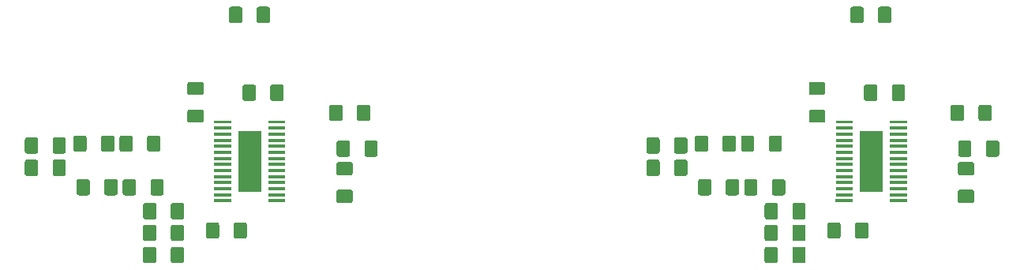
<source format=gbr>
G04 #@! TF.GenerationSoftware,KiCad,Pcbnew,(5.1.5)-3*
G04 #@! TF.CreationDate,2021-05-17T18:43:42+02:00*
G04 #@! TF.ProjectId,MK2EE,4d4b3245-452e-46b6-9963-61645f706362,1*
G04 #@! TF.SameCoordinates,Original*
G04 #@! TF.FileFunction,Paste,Bot*
G04 #@! TF.FilePolarity,Positive*
%FSLAX46Y46*%
G04 Gerber Fmt 4.6, Leading zero omitted, Abs format (unit mm)*
G04 Created by KiCad (PCBNEW (5.1.5)-3) date 2021-05-17 18:43:42*
%MOMM*%
%LPD*%
G04 APERTURE LIST*
%ADD10C,0.010000*%
%ADD11C,0.100000*%
G04 APERTURE END LIST*
D10*
G36*
X251195000Y-94305000D02*
G01*
X252945000Y-94305000D01*
X252945000Y-94055000D01*
X251195000Y-94055000D01*
X251195000Y-94305000D01*
G37*
X251195000Y-94305000D02*
X252945000Y-94305000D01*
X252945000Y-94055000D01*
X251195000Y-94055000D01*
X251195000Y-94305000D01*
G36*
X251195000Y-94955000D02*
G01*
X252945000Y-94955000D01*
X252945000Y-94705000D01*
X251195000Y-94705000D01*
X251195000Y-94955000D01*
G37*
X251195000Y-94955000D02*
X252945000Y-94955000D01*
X252945000Y-94705000D01*
X251195000Y-94705000D01*
X251195000Y-94955000D01*
G36*
X251195000Y-95605000D02*
G01*
X252945000Y-95605000D01*
X252945000Y-95355000D01*
X251195000Y-95355000D01*
X251195000Y-95605000D01*
G37*
X251195000Y-95605000D02*
X252945000Y-95605000D01*
X252945000Y-95355000D01*
X251195000Y-95355000D01*
X251195000Y-95605000D01*
G36*
X251195000Y-96255000D02*
G01*
X252945000Y-96255000D01*
X252945000Y-96005000D01*
X251195000Y-96005000D01*
X251195000Y-96255000D01*
G37*
X251195000Y-96255000D02*
X252945000Y-96255000D01*
X252945000Y-96005000D01*
X251195000Y-96005000D01*
X251195000Y-96255000D01*
G36*
X251195000Y-96905000D02*
G01*
X252945000Y-96905000D01*
X252945000Y-96655000D01*
X251195000Y-96655000D01*
X251195000Y-96905000D01*
G37*
X251195000Y-96905000D02*
X252945000Y-96905000D01*
X252945000Y-96655000D01*
X251195000Y-96655000D01*
X251195000Y-96905000D01*
G36*
X251195000Y-97555000D02*
G01*
X252945000Y-97555000D01*
X252945000Y-97305000D01*
X251195000Y-97305000D01*
X251195000Y-97555000D01*
G37*
X251195000Y-97555000D02*
X252945000Y-97555000D01*
X252945000Y-97305000D01*
X251195000Y-97305000D01*
X251195000Y-97555000D01*
G36*
X251195000Y-98205000D02*
G01*
X252945000Y-98205000D01*
X252945000Y-97955000D01*
X251195000Y-97955000D01*
X251195000Y-98205000D01*
G37*
X251195000Y-98205000D02*
X252945000Y-98205000D01*
X252945000Y-97955000D01*
X251195000Y-97955000D01*
X251195000Y-98205000D01*
G36*
X245395000Y-94305000D02*
G01*
X247145000Y-94305000D01*
X247145000Y-94055000D01*
X245395000Y-94055000D01*
X245395000Y-94305000D01*
G37*
X245395000Y-94305000D02*
X247145000Y-94305000D01*
X247145000Y-94055000D01*
X245395000Y-94055000D01*
X245395000Y-94305000D01*
G36*
X245395000Y-94955000D02*
G01*
X247145000Y-94955000D01*
X247145000Y-94705000D01*
X245395000Y-94705000D01*
X245395000Y-94955000D01*
G37*
X245395000Y-94955000D02*
X247145000Y-94955000D01*
X247145000Y-94705000D01*
X245395000Y-94705000D01*
X245395000Y-94955000D01*
G36*
X245395000Y-95605000D02*
G01*
X247145000Y-95605000D01*
X247145000Y-95355000D01*
X245395000Y-95355000D01*
X245395000Y-95605000D01*
G37*
X245395000Y-95605000D02*
X247145000Y-95605000D01*
X247145000Y-95355000D01*
X245395000Y-95355000D01*
X245395000Y-95605000D01*
G36*
X245395000Y-96255000D02*
G01*
X247145000Y-96255000D01*
X247145000Y-96005000D01*
X245395000Y-96005000D01*
X245395000Y-96255000D01*
G37*
X245395000Y-96255000D02*
X247145000Y-96255000D01*
X247145000Y-96005000D01*
X245395000Y-96005000D01*
X245395000Y-96255000D01*
G36*
X245395000Y-96905000D02*
G01*
X247145000Y-96905000D01*
X247145000Y-96655000D01*
X245395000Y-96655000D01*
X245395000Y-96905000D01*
G37*
X245395000Y-96905000D02*
X247145000Y-96905000D01*
X247145000Y-96655000D01*
X245395000Y-96655000D01*
X245395000Y-96905000D01*
G36*
X245395000Y-97555000D02*
G01*
X247145000Y-97555000D01*
X247145000Y-97305000D01*
X245395000Y-97305000D01*
X245395000Y-97555000D01*
G37*
X245395000Y-97555000D02*
X247145000Y-97555000D01*
X247145000Y-97305000D01*
X245395000Y-97305000D01*
X245395000Y-97555000D01*
G36*
X245395000Y-98205000D02*
G01*
X247145000Y-98205000D01*
X247145000Y-97955000D01*
X245395000Y-97955000D01*
X245395000Y-98205000D01*
G37*
X245395000Y-98205000D02*
X247145000Y-98205000D01*
X247145000Y-97955000D01*
X245395000Y-97955000D01*
X245395000Y-98205000D01*
G36*
X251195000Y-98855000D02*
G01*
X252945000Y-98855000D01*
X252945000Y-98605000D01*
X251195000Y-98605000D01*
X251195000Y-98855000D01*
G37*
X251195000Y-98855000D02*
X252945000Y-98855000D01*
X252945000Y-98605000D01*
X251195000Y-98605000D01*
X251195000Y-98855000D01*
G36*
X245395000Y-98855000D02*
G01*
X247145000Y-98855000D01*
X247145000Y-98605000D01*
X245395000Y-98605000D01*
X245395000Y-98855000D01*
G37*
X245395000Y-98855000D02*
X247145000Y-98855000D01*
X247145000Y-98605000D01*
X245395000Y-98605000D01*
X245395000Y-98855000D01*
G36*
X251195000Y-99505000D02*
G01*
X252945000Y-99505000D01*
X252945000Y-99255000D01*
X251195000Y-99255000D01*
X251195000Y-99505000D01*
G37*
X251195000Y-99505000D02*
X252945000Y-99505000D01*
X252945000Y-99255000D01*
X251195000Y-99255000D01*
X251195000Y-99505000D01*
G36*
X245395000Y-99505000D02*
G01*
X247145000Y-99505000D01*
X247145000Y-99255000D01*
X245395000Y-99255000D01*
X245395000Y-99505000D01*
G37*
X245395000Y-99505000D02*
X247145000Y-99505000D01*
X247145000Y-99255000D01*
X245395000Y-99255000D01*
X245395000Y-99505000D01*
G36*
X251195000Y-100155000D02*
G01*
X252945000Y-100155000D01*
X252945000Y-99905000D01*
X251195000Y-99905000D01*
X251195000Y-100155000D01*
G37*
X251195000Y-100155000D02*
X252945000Y-100155000D01*
X252945000Y-99905000D01*
X251195000Y-99905000D01*
X251195000Y-100155000D01*
G36*
X245395000Y-100155000D02*
G01*
X247145000Y-100155000D01*
X247145000Y-99905000D01*
X245395000Y-99905000D01*
X245395000Y-100155000D01*
G37*
X245395000Y-100155000D02*
X247145000Y-100155000D01*
X247145000Y-99905000D01*
X245395000Y-99905000D01*
X245395000Y-100155000D01*
G36*
X251195000Y-100805000D02*
G01*
X252945000Y-100805000D01*
X252945000Y-100555000D01*
X251195000Y-100555000D01*
X251195000Y-100805000D01*
G37*
X251195000Y-100805000D02*
X252945000Y-100805000D01*
X252945000Y-100555000D01*
X251195000Y-100555000D01*
X251195000Y-100805000D01*
G36*
X245395000Y-100805000D02*
G01*
X247145000Y-100805000D01*
X247145000Y-100555000D01*
X245395000Y-100555000D01*
X245395000Y-100805000D01*
G37*
X245395000Y-100805000D02*
X247145000Y-100805000D01*
X247145000Y-100555000D01*
X245395000Y-100555000D01*
X245395000Y-100805000D01*
G36*
X251195000Y-101455000D02*
G01*
X252945000Y-101455000D01*
X252945000Y-101205000D01*
X251195000Y-101205000D01*
X251195000Y-101455000D01*
G37*
X251195000Y-101455000D02*
X252945000Y-101455000D01*
X252945000Y-101205000D01*
X251195000Y-101205000D01*
X251195000Y-101455000D01*
G36*
X245395000Y-101455000D02*
G01*
X247145000Y-101455000D01*
X247145000Y-101205000D01*
X245395000Y-101205000D01*
X245395000Y-101455000D01*
G37*
X245395000Y-101455000D02*
X247145000Y-101455000D01*
X247145000Y-101205000D01*
X245395000Y-101205000D01*
X245395000Y-101455000D01*
G36*
X251195000Y-102105000D02*
G01*
X252945000Y-102105000D01*
X252945000Y-101855000D01*
X251195000Y-101855000D01*
X251195000Y-102105000D01*
G37*
X251195000Y-102105000D02*
X252945000Y-102105000D01*
X252945000Y-101855000D01*
X251195000Y-101855000D01*
X251195000Y-102105000D01*
G36*
X245395000Y-102105000D02*
G01*
X247145000Y-102105000D01*
X247145000Y-101855000D01*
X245395000Y-101855000D01*
X245395000Y-102105000D01*
G37*
X245395000Y-102105000D02*
X247145000Y-102105000D01*
X247145000Y-101855000D01*
X245395000Y-101855000D01*
X245395000Y-102105000D01*
G36*
X251195000Y-102755000D02*
G01*
X252945000Y-102755000D01*
X252945000Y-102505000D01*
X251195000Y-102505000D01*
X251195000Y-102755000D01*
G37*
X251195000Y-102755000D02*
X252945000Y-102755000D01*
X252945000Y-102505000D01*
X251195000Y-102505000D01*
X251195000Y-102755000D01*
G36*
X245390000Y-102755000D02*
G01*
X247145000Y-102755000D01*
X247145000Y-102505000D01*
X245390000Y-102505000D01*
X245390000Y-102755000D01*
G37*
X245390000Y-102755000D02*
X247145000Y-102755000D01*
X247145000Y-102505000D01*
X245390000Y-102505000D01*
X245390000Y-102755000D01*
G36*
X247970000Y-101635000D02*
G01*
X250370000Y-101635000D01*
X250370000Y-95175000D01*
X247970000Y-95175000D01*
X247970000Y-101635000D01*
G37*
X247970000Y-101635000D02*
X250370000Y-101635000D01*
X250370000Y-95175000D01*
X247970000Y-95175000D01*
X247970000Y-101635000D01*
G36*
X181320000Y-101635000D02*
G01*
X183720000Y-101635000D01*
X183720000Y-95175000D01*
X181320000Y-95175000D01*
X181320000Y-101635000D01*
G37*
X181320000Y-101635000D02*
X183720000Y-101635000D01*
X183720000Y-95175000D01*
X181320000Y-95175000D01*
X181320000Y-101635000D01*
G36*
X178740000Y-102755000D02*
G01*
X180495000Y-102755000D01*
X180495000Y-102505000D01*
X178740000Y-102505000D01*
X178740000Y-102755000D01*
G37*
X178740000Y-102755000D02*
X180495000Y-102755000D01*
X180495000Y-102505000D01*
X178740000Y-102505000D01*
X178740000Y-102755000D01*
G36*
X184545000Y-102755000D02*
G01*
X186295000Y-102755000D01*
X186295000Y-102505000D01*
X184545000Y-102505000D01*
X184545000Y-102755000D01*
G37*
X184545000Y-102755000D02*
X186295000Y-102755000D01*
X186295000Y-102505000D01*
X184545000Y-102505000D01*
X184545000Y-102755000D01*
G36*
X178745000Y-102105000D02*
G01*
X180495000Y-102105000D01*
X180495000Y-101855000D01*
X178745000Y-101855000D01*
X178745000Y-102105000D01*
G37*
X178745000Y-102105000D02*
X180495000Y-102105000D01*
X180495000Y-101855000D01*
X178745000Y-101855000D01*
X178745000Y-102105000D01*
G36*
X184545000Y-102105000D02*
G01*
X186295000Y-102105000D01*
X186295000Y-101855000D01*
X184545000Y-101855000D01*
X184545000Y-102105000D01*
G37*
X184545000Y-102105000D02*
X186295000Y-102105000D01*
X186295000Y-101855000D01*
X184545000Y-101855000D01*
X184545000Y-102105000D01*
G36*
X178745000Y-101455000D02*
G01*
X180495000Y-101455000D01*
X180495000Y-101205000D01*
X178745000Y-101205000D01*
X178745000Y-101455000D01*
G37*
X178745000Y-101455000D02*
X180495000Y-101455000D01*
X180495000Y-101205000D01*
X178745000Y-101205000D01*
X178745000Y-101455000D01*
G36*
X184545000Y-101455000D02*
G01*
X186295000Y-101455000D01*
X186295000Y-101205000D01*
X184545000Y-101205000D01*
X184545000Y-101455000D01*
G37*
X184545000Y-101455000D02*
X186295000Y-101455000D01*
X186295000Y-101205000D01*
X184545000Y-101205000D01*
X184545000Y-101455000D01*
G36*
X178745000Y-100805000D02*
G01*
X180495000Y-100805000D01*
X180495000Y-100555000D01*
X178745000Y-100555000D01*
X178745000Y-100805000D01*
G37*
X178745000Y-100805000D02*
X180495000Y-100805000D01*
X180495000Y-100555000D01*
X178745000Y-100555000D01*
X178745000Y-100805000D01*
G36*
X184545000Y-100805000D02*
G01*
X186295000Y-100805000D01*
X186295000Y-100555000D01*
X184545000Y-100555000D01*
X184545000Y-100805000D01*
G37*
X184545000Y-100805000D02*
X186295000Y-100805000D01*
X186295000Y-100555000D01*
X184545000Y-100555000D01*
X184545000Y-100805000D01*
G36*
X178745000Y-100155000D02*
G01*
X180495000Y-100155000D01*
X180495000Y-99905000D01*
X178745000Y-99905000D01*
X178745000Y-100155000D01*
G37*
X178745000Y-100155000D02*
X180495000Y-100155000D01*
X180495000Y-99905000D01*
X178745000Y-99905000D01*
X178745000Y-100155000D01*
G36*
X184545000Y-100155000D02*
G01*
X186295000Y-100155000D01*
X186295000Y-99905000D01*
X184545000Y-99905000D01*
X184545000Y-100155000D01*
G37*
X184545000Y-100155000D02*
X186295000Y-100155000D01*
X186295000Y-99905000D01*
X184545000Y-99905000D01*
X184545000Y-100155000D01*
G36*
X178745000Y-99505000D02*
G01*
X180495000Y-99505000D01*
X180495000Y-99255000D01*
X178745000Y-99255000D01*
X178745000Y-99505000D01*
G37*
X178745000Y-99505000D02*
X180495000Y-99505000D01*
X180495000Y-99255000D01*
X178745000Y-99255000D01*
X178745000Y-99505000D01*
G36*
X184545000Y-99505000D02*
G01*
X186295000Y-99505000D01*
X186295000Y-99255000D01*
X184545000Y-99255000D01*
X184545000Y-99505000D01*
G37*
X184545000Y-99505000D02*
X186295000Y-99505000D01*
X186295000Y-99255000D01*
X184545000Y-99255000D01*
X184545000Y-99505000D01*
G36*
X178745000Y-98855000D02*
G01*
X180495000Y-98855000D01*
X180495000Y-98605000D01*
X178745000Y-98605000D01*
X178745000Y-98855000D01*
G37*
X178745000Y-98855000D02*
X180495000Y-98855000D01*
X180495000Y-98605000D01*
X178745000Y-98605000D01*
X178745000Y-98855000D01*
G36*
X184545000Y-98855000D02*
G01*
X186295000Y-98855000D01*
X186295000Y-98605000D01*
X184545000Y-98605000D01*
X184545000Y-98855000D01*
G37*
X184545000Y-98855000D02*
X186295000Y-98855000D01*
X186295000Y-98605000D01*
X184545000Y-98605000D01*
X184545000Y-98855000D01*
G36*
X178745000Y-98205000D02*
G01*
X180495000Y-98205000D01*
X180495000Y-97955000D01*
X178745000Y-97955000D01*
X178745000Y-98205000D01*
G37*
X178745000Y-98205000D02*
X180495000Y-98205000D01*
X180495000Y-97955000D01*
X178745000Y-97955000D01*
X178745000Y-98205000D01*
G36*
X178745000Y-97555000D02*
G01*
X180495000Y-97555000D01*
X180495000Y-97305000D01*
X178745000Y-97305000D01*
X178745000Y-97555000D01*
G37*
X178745000Y-97555000D02*
X180495000Y-97555000D01*
X180495000Y-97305000D01*
X178745000Y-97305000D01*
X178745000Y-97555000D01*
G36*
X178745000Y-96905000D02*
G01*
X180495000Y-96905000D01*
X180495000Y-96655000D01*
X178745000Y-96655000D01*
X178745000Y-96905000D01*
G37*
X178745000Y-96905000D02*
X180495000Y-96905000D01*
X180495000Y-96655000D01*
X178745000Y-96655000D01*
X178745000Y-96905000D01*
G36*
X178745000Y-96255000D02*
G01*
X180495000Y-96255000D01*
X180495000Y-96005000D01*
X178745000Y-96005000D01*
X178745000Y-96255000D01*
G37*
X178745000Y-96255000D02*
X180495000Y-96255000D01*
X180495000Y-96005000D01*
X178745000Y-96005000D01*
X178745000Y-96255000D01*
G36*
X178745000Y-95605000D02*
G01*
X180495000Y-95605000D01*
X180495000Y-95355000D01*
X178745000Y-95355000D01*
X178745000Y-95605000D01*
G37*
X178745000Y-95605000D02*
X180495000Y-95605000D01*
X180495000Y-95355000D01*
X178745000Y-95355000D01*
X178745000Y-95605000D01*
G36*
X178745000Y-94955000D02*
G01*
X180495000Y-94955000D01*
X180495000Y-94705000D01*
X178745000Y-94705000D01*
X178745000Y-94955000D01*
G37*
X178745000Y-94955000D02*
X180495000Y-94955000D01*
X180495000Y-94705000D01*
X178745000Y-94705000D01*
X178745000Y-94955000D01*
G36*
X178745000Y-94305000D02*
G01*
X180495000Y-94305000D01*
X180495000Y-94055000D01*
X178745000Y-94055000D01*
X178745000Y-94305000D01*
G37*
X178745000Y-94305000D02*
X180495000Y-94305000D01*
X180495000Y-94055000D01*
X178745000Y-94055000D01*
X178745000Y-94305000D01*
G36*
X184545000Y-98205000D02*
G01*
X186295000Y-98205000D01*
X186295000Y-97955000D01*
X184545000Y-97955000D01*
X184545000Y-98205000D01*
G37*
X184545000Y-98205000D02*
X186295000Y-98205000D01*
X186295000Y-97955000D01*
X184545000Y-97955000D01*
X184545000Y-98205000D01*
G36*
X184545000Y-97555000D02*
G01*
X186295000Y-97555000D01*
X186295000Y-97305000D01*
X184545000Y-97305000D01*
X184545000Y-97555000D01*
G37*
X184545000Y-97555000D02*
X186295000Y-97555000D01*
X186295000Y-97305000D01*
X184545000Y-97305000D01*
X184545000Y-97555000D01*
G36*
X184545000Y-96905000D02*
G01*
X186295000Y-96905000D01*
X186295000Y-96655000D01*
X184545000Y-96655000D01*
X184545000Y-96905000D01*
G37*
X184545000Y-96905000D02*
X186295000Y-96905000D01*
X186295000Y-96655000D01*
X184545000Y-96655000D01*
X184545000Y-96905000D01*
G36*
X184545000Y-96255000D02*
G01*
X186295000Y-96255000D01*
X186295000Y-96005000D01*
X184545000Y-96005000D01*
X184545000Y-96255000D01*
G37*
X184545000Y-96255000D02*
X186295000Y-96255000D01*
X186295000Y-96005000D01*
X184545000Y-96005000D01*
X184545000Y-96255000D01*
G36*
X184545000Y-95605000D02*
G01*
X186295000Y-95605000D01*
X186295000Y-95355000D01*
X184545000Y-95355000D01*
X184545000Y-95605000D01*
G37*
X184545000Y-95605000D02*
X186295000Y-95605000D01*
X186295000Y-95355000D01*
X184545000Y-95355000D01*
X184545000Y-95605000D01*
G36*
X184545000Y-94955000D02*
G01*
X186295000Y-94955000D01*
X186295000Y-94705000D01*
X184545000Y-94705000D01*
X184545000Y-94955000D01*
G37*
X184545000Y-94955000D02*
X186295000Y-94955000D01*
X186295000Y-94705000D01*
X184545000Y-94705000D01*
X184545000Y-94955000D01*
G36*
X184545000Y-94305000D02*
G01*
X186295000Y-94305000D01*
X186295000Y-94055000D01*
X184545000Y-94055000D01*
X184545000Y-94305000D01*
G37*
X184545000Y-94305000D02*
X186295000Y-94305000D01*
X186295000Y-94055000D01*
X184545000Y-94055000D01*
X184545000Y-94305000D01*
D11*
G36*
X248669504Y-104981204D02*
G01*
X248693773Y-104984804D01*
X248717571Y-104990765D01*
X248740671Y-104999030D01*
X248762849Y-105009520D01*
X248783893Y-105022133D01*
X248803598Y-105036747D01*
X248821777Y-105053223D01*
X248838253Y-105071402D01*
X248852867Y-105091107D01*
X248865480Y-105112151D01*
X248875970Y-105134329D01*
X248884235Y-105157429D01*
X248890196Y-105181227D01*
X248893796Y-105205496D01*
X248895000Y-105230000D01*
X248895000Y-106480000D01*
X248893796Y-106504504D01*
X248890196Y-106528773D01*
X248884235Y-106552571D01*
X248875970Y-106575671D01*
X248865480Y-106597849D01*
X248852867Y-106618893D01*
X248838253Y-106638598D01*
X248821777Y-106656777D01*
X248803598Y-106673253D01*
X248783893Y-106687867D01*
X248762849Y-106700480D01*
X248740671Y-106710970D01*
X248717571Y-106719235D01*
X248693773Y-106725196D01*
X248669504Y-106728796D01*
X248645000Y-106730000D01*
X247720000Y-106730000D01*
X247695496Y-106728796D01*
X247671227Y-106725196D01*
X247647429Y-106719235D01*
X247624329Y-106710970D01*
X247602151Y-106700480D01*
X247581107Y-106687867D01*
X247561402Y-106673253D01*
X247543223Y-106656777D01*
X247526747Y-106638598D01*
X247512133Y-106618893D01*
X247499520Y-106597849D01*
X247489030Y-106575671D01*
X247480765Y-106552571D01*
X247474804Y-106528773D01*
X247471204Y-106504504D01*
X247470000Y-106480000D01*
X247470000Y-105230000D01*
X247471204Y-105205496D01*
X247474804Y-105181227D01*
X247480765Y-105157429D01*
X247489030Y-105134329D01*
X247499520Y-105112151D01*
X247512133Y-105091107D01*
X247526747Y-105071402D01*
X247543223Y-105053223D01*
X247561402Y-105036747D01*
X247581107Y-105022133D01*
X247602151Y-105009520D01*
X247624329Y-104999030D01*
X247647429Y-104990765D01*
X247671227Y-104984804D01*
X247695496Y-104981204D01*
X247720000Y-104980000D01*
X248645000Y-104980000D01*
X248669504Y-104981204D01*
G37*
G36*
X245694504Y-104981204D02*
G01*
X245718773Y-104984804D01*
X245742571Y-104990765D01*
X245765671Y-104999030D01*
X245787849Y-105009520D01*
X245808893Y-105022133D01*
X245828598Y-105036747D01*
X245846777Y-105053223D01*
X245863253Y-105071402D01*
X245877867Y-105091107D01*
X245890480Y-105112151D01*
X245900970Y-105134329D01*
X245909235Y-105157429D01*
X245915196Y-105181227D01*
X245918796Y-105205496D01*
X245920000Y-105230000D01*
X245920000Y-106480000D01*
X245918796Y-106504504D01*
X245915196Y-106528773D01*
X245909235Y-106552571D01*
X245900970Y-106575671D01*
X245890480Y-106597849D01*
X245877867Y-106618893D01*
X245863253Y-106638598D01*
X245846777Y-106656777D01*
X245828598Y-106673253D01*
X245808893Y-106687867D01*
X245787849Y-106700480D01*
X245765671Y-106710970D01*
X245742571Y-106719235D01*
X245718773Y-106725196D01*
X245694504Y-106728796D01*
X245670000Y-106730000D01*
X244745000Y-106730000D01*
X244720496Y-106728796D01*
X244696227Y-106725196D01*
X244672429Y-106719235D01*
X244649329Y-106710970D01*
X244627151Y-106700480D01*
X244606107Y-106687867D01*
X244586402Y-106673253D01*
X244568223Y-106656777D01*
X244551747Y-106638598D01*
X244537133Y-106618893D01*
X244524520Y-106597849D01*
X244514030Y-106575671D01*
X244505765Y-106552571D01*
X244499804Y-106528773D01*
X244496204Y-106504504D01*
X244495000Y-106480000D01*
X244495000Y-105230000D01*
X244496204Y-105205496D01*
X244499804Y-105181227D01*
X244505765Y-105157429D01*
X244514030Y-105134329D01*
X244524520Y-105112151D01*
X244537133Y-105091107D01*
X244551747Y-105071402D01*
X244568223Y-105053223D01*
X244586402Y-105036747D01*
X244606107Y-105022133D01*
X244627151Y-105009520D01*
X244649329Y-104999030D01*
X244672429Y-104990765D01*
X244696227Y-104984804D01*
X244720496Y-104981204D01*
X244745000Y-104980000D01*
X245670000Y-104980000D01*
X245694504Y-104981204D01*
G37*
G36*
X244044504Y-89906204D02*
G01*
X244068773Y-89909804D01*
X244092571Y-89915765D01*
X244115671Y-89924030D01*
X244137849Y-89934520D01*
X244158893Y-89947133D01*
X244178598Y-89961747D01*
X244196777Y-89978223D01*
X244213253Y-89996402D01*
X244227867Y-90016107D01*
X244240480Y-90037151D01*
X244250970Y-90059329D01*
X244259235Y-90082429D01*
X244265196Y-90106227D01*
X244268796Y-90130496D01*
X244270000Y-90155000D01*
X244270000Y-91080000D01*
X244268796Y-91104504D01*
X244265196Y-91128773D01*
X244259235Y-91152571D01*
X244250970Y-91175671D01*
X244240480Y-91197849D01*
X244227867Y-91218893D01*
X244213253Y-91238598D01*
X244196777Y-91256777D01*
X244178598Y-91273253D01*
X244158893Y-91287867D01*
X244137849Y-91300480D01*
X244115671Y-91310970D01*
X244092571Y-91319235D01*
X244068773Y-91325196D01*
X244044504Y-91328796D01*
X244020000Y-91330000D01*
X242770000Y-91330000D01*
X242745496Y-91328796D01*
X242721227Y-91325196D01*
X242697429Y-91319235D01*
X242674329Y-91310970D01*
X242652151Y-91300480D01*
X242631107Y-91287867D01*
X242611402Y-91273253D01*
X242593223Y-91256777D01*
X242576747Y-91238598D01*
X242562133Y-91218893D01*
X242549520Y-91197849D01*
X242539030Y-91175671D01*
X242530765Y-91152571D01*
X242524804Y-91128773D01*
X242521204Y-91104504D01*
X242520000Y-91080000D01*
X242520000Y-90155000D01*
X242521204Y-90130496D01*
X242524804Y-90106227D01*
X242530765Y-90082429D01*
X242539030Y-90059329D01*
X242549520Y-90037151D01*
X242562133Y-90016107D01*
X242576747Y-89996402D01*
X242593223Y-89978223D01*
X242611402Y-89961747D01*
X242631107Y-89947133D01*
X242652151Y-89934520D01*
X242674329Y-89924030D01*
X242697429Y-89915765D01*
X242721227Y-89909804D01*
X242745496Y-89906204D01*
X242770000Y-89905000D01*
X244020000Y-89905000D01*
X244044504Y-89906204D01*
G37*
G36*
X244044504Y-92881204D02*
G01*
X244068773Y-92884804D01*
X244092571Y-92890765D01*
X244115671Y-92899030D01*
X244137849Y-92909520D01*
X244158893Y-92922133D01*
X244178598Y-92936747D01*
X244196777Y-92953223D01*
X244213253Y-92971402D01*
X244227867Y-92991107D01*
X244240480Y-93012151D01*
X244250970Y-93034329D01*
X244259235Y-93057429D01*
X244265196Y-93081227D01*
X244268796Y-93105496D01*
X244270000Y-93130000D01*
X244270000Y-94055000D01*
X244268796Y-94079504D01*
X244265196Y-94103773D01*
X244259235Y-94127571D01*
X244250970Y-94150671D01*
X244240480Y-94172849D01*
X244227867Y-94193893D01*
X244213253Y-94213598D01*
X244196777Y-94231777D01*
X244178598Y-94248253D01*
X244158893Y-94262867D01*
X244137849Y-94275480D01*
X244115671Y-94285970D01*
X244092571Y-94294235D01*
X244068773Y-94300196D01*
X244044504Y-94303796D01*
X244020000Y-94305000D01*
X242770000Y-94305000D01*
X242745496Y-94303796D01*
X242721227Y-94300196D01*
X242697429Y-94294235D01*
X242674329Y-94285970D01*
X242652151Y-94275480D01*
X242631107Y-94262867D01*
X242611402Y-94248253D01*
X242593223Y-94231777D01*
X242576747Y-94213598D01*
X242562133Y-94193893D01*
X242549520Y-94172849D01*
X242539030Y-94150671D01*
X242530765Y-94127571D01*
X242524804Y-94103773D01*
X242521204Y-94079504D01*
X242520000Y-94055000D01*
X242520000Y-93130000D01*
X242521204Y-93105496D01*
X242524804Y-93081227D01*
X242530765Y-93057429D01*
X242539030Y-93034329D01*
X242549520Y-93012151D01*
X242562133Y-92991107D01*
X242576747Y-92971402D01*
X242593223Y-92953223D01*
X242611402Y-92936747D01*
X242631107Y-92922133D01*
X242652151Y-92909520D01*
X242674329Y-92899030D01*
X242697429Y-92890765D01*
X242721227Y-92884804D01*
X242745496Y-92881204D01*
X242770000Y-92880000D01*
X244020000Y-92880000D01*
X244044504Y-92881204D01*
G37*
G36*
X234459504Y-95661204D02*
G01*
X234483773Y-95664804D01*
X234507571Y-95670765D01*
X234530671Y-95679030D01*
X234552849Y-95689520D01*
X234573893Y-95702133D01*
X234593598Y-95716747D01*
X234611777Y-95733223D01*
X234628253Y-95751402D01*
X234642867Y-95771107D01*
X234655480Y-95792151D01*
X234665970Y-95814329D01*
X234674235Y-95837429D01*
X234680196Y-95861227D01*
X234683796Y-95885496D01*
X234685000Y-95910000D01*
X234685000Y-97160000D01*
X234683796Y-97184504D01*
X234680196Y-97208773D01*
X234674235Y-97232571D01*
X234665970Y-97255671D01*
X234655480Y-97277849D01*
X234642867Y-97298893D01*
X234628253Y-97318598D01*
X234611777Y-97336777D01*
X234593598Y-97353253D01*
X234573893Y-97367867D01*
X234552849Y-97380480D01*
X234530671Y-97390970D01*
X234507571Y-97399235D01*
X234483773Y-97405196D01*
X234459504Y-97408796D01*
X234435000Y-97410000D01*
X233510000Y-97410000D01*
X233485496Y-97408796D01*
X233461227Y-97405196D01*
X233437429Y-97399235D01*
X233414329Y-97390970D01*
X233392151Y-97380480D01*
X233371107Y-97367867D01*
X233351402Y-97353253D01*
X233333223Y-97336777D01*
X233316747Y-97318598D01*
X233302133Y-97298893D01*
X233289520Y-97277849D01*
X233279030Y-97255671D01*
X233270765Y-97232571D01*
X233264804Y-97208773D01*
X233261204Y-97184504D01*
X233260000Y-97160000D01*
X233260000Y-95910000D01*
X233261204Y-95885496D01*
X233264804Y-95861227D01*
X233270765Y-95837429D01*
X233279030Y-95814329D01*
X233289520Y-95792151D01*
X233302133Y-95771107D01*
X233316747Y-95751402D01*
X233333223Y-95733223D01*
X233351402Y-95716747D01*
X233371107Y-95702133D01*
X233392151Y-95689520D01*
X233414329Y-95679030D01*
X233437429Y-95670765D01*
X233461227Y-95664804D01*
X233485496Y-95661204D01*
X233510000Y-95660000D01*
X234435000Y-95660000D01*
X234459504Y-95661204D01*
G37*
G36*
X231484504Y-95661204D02*
G01*
X231508773Y-95664804D01*
X231532571Y-95670765D01*
X231555671Y-95679030D01*
X231577849Y-95689520D01*
X231598893Y-95702133D01*
X231618598Y-95716747D01*
X231636777Y-95733223D01*
X231653253Y-95751402D01*
X231667867Y-95771107D01*
X231680480Y-95792151D01*
X231690970Y-95814329D01*
X231699235Y-95837429D01*
X231705196Y-95861227D01*
X231708796Y-95885496D01*
X231710000Y-95910000D01*
X231710000Y-97160000D01*
X231708796Y-97184504D01*
X231705196Y-97208773D01*
X231699235Y-97232571D01*
X231690970Y-97255671D01*
X231680480Y-97277849D01*
X231667867Y-97298893D01*
X231653253Y-97318598D01*
X231636777Y-97336777D01*
X231618598Y-97353253D01*
X231598893Y-97367867D01*
X231577849Y-97380480D01*
X231555671Y-97390970D01*
X231532571Y-97399235D01*
X231508773Y-97405196D01*
X231484504Y-97408796D01*
X231460000Y-97410000D01*
X230535000Y-97410000D01*
X230510496Y-97408796D01*
X230486227Y-97405196D01*
X230462429Y-97399235D01*
X230439329Y-97390970D01*
X230417151Y-97380480D01*
X230396107Y-97367867D01*
X230376402Y-97353253D01*
X230358223Y-97336777D01*
X230341747Y-97318598D01*
X230327133Y-97298893D01*
X230314520Y-97277849D01*
X230304030Y-97255671D01*
X230295765Y-97232571D01*
X230289804Y-97208773D01*
X230286204Y-97184504D01*
X230285000Y-97160000D01*
X230285000Y-95910000D01*
X230286204Y-95885496D01*
X230289804Y-95861227D01*
X230295765Y-95837429D01*
X230304030Y-95814329D01*
X230314520Y-95792151D01*
X230327133Y-95771107D01*
X230341747Y-95751402D01*
X230358223Y-95733223D01*
X230376402Y-95716747D01*
X230396107Y-95702133D01*
X230417151Y-95689520D01*
X230439329Y-95679030D01*
X230462429Y-95670765D01*
X230486227Y-95664804D01*
X230510496Y-95661204D01*
X230535000Y-95660000D01*
X231460000Y-95660000D01*
X231484504Y-95661204D01*
G37*
G36*
X261904504Y-92361204D02*
G01*
X261928773Y-92364804D01*
X261952571Y-92370765D01*
X261975671Y-92379030D01*
X261997849Y-92389520D01*
X262018893Y-92402133D01*
X262038598Y-92416747D01*
X262056777Y-92433223D01*
X262073253Y-92451402D01*
X262087867Y-92471107D01*
X262100480Y-92492151D01*
X262110970Y-92514329D01*
X262119235Y-92537429D01*
X262125196Y-92561227D01*
X262128796Y-92585496D01*
X262130000Y-92610000D01*
X262130000Y-93860000D01*
X262128796Y-93884504D01*
X262125196Y-93908773D01*
X262119235Y-93932571D01*
X262110970Y-93955671D01*
X262100480Y-93977849D01*
X262087867Y-93998893D01*
X262073253Y-94018598D01*
X262056777Y-94036777D01*
X262038598Y-94053253D01*
X262018893Y-94067867D01*
X261997849Y-94080480D01*
X261975671Y-94090970D01*
X261952571Y-94099235D01*
X261928773Y-94105196D01*
X261904504Y-94108796D01*
X261880000Y-94110000D01*
X260955000Y-94110000D01*
X260930496Y-94108796D01*
X260906227Y-94105196D01*
X260882429Y-94099235D01*
X260859329Y-94090970D01*
X260837151Y-94080480D01*
X260816107Y-94067867D01*
X260796402Y-94053253D01*
X260778223Y-94036777D01*
X260761747Y-94018598D01*
X260747133Y-93998893D01*
X260734520Y-93977849D01*
X260724030Y-93955671D01*
X260715765Y-93932571D01*
X260709804Y-93908773D01*
X260706204Y-93884504D01*
X260705000Y-93860000D01*
X260705000Y-92610000D01*
X260706204Y-92585496D01*
X260709804Y-92561227D01*
X260715765Y-92537429D01*
X260724030Y-92514329D01*
X260734520Y-92492151D01*
X260747133Y-92471107D01*
X260761747Y-92451402D01*
X260778223Y-92433223D01*
X260796402Y-92416747D01*
X260816107Y-92402133D01*
X260837151Y-92389520D01*
X260859329Y-92379030D01*
X260882429Y-92370765D01*
X260906227Y-92364804D01*
X260930496Y-92361204D01*
X260955000Y-92360000D01*
X261880000Y-92360000D01*
X261904504Y-92361204D01*
G37*
G36*
X258929504Y-92361204D02*
G01*
X258953773Y-92364804D01*
X258977571Y-92370765D01*
X259000671Y-92379030D01*
X259022849Y-92389520D01*
X259043893Y-92402133D01*
X259063598Y-92416747D01*
X259081777Y-92433223D01*
X259098253Y-92451402D01*
X259112867Y-92471107D01*
X259125480Y-92492151D01*
X259135970Y-92514329D01*
X259144235Y-92537429D01*
X259150196Y-92561227D01*
X259153796Y-92585496D01*
X259155000Y-92610000D01*
X259155000Y-93860000D01*
X259153796Y-93884504D01*
X259150196Y-93908773D01*
X259144235Y-93932571D01*
X259135970Y-93955671D01*
X259125480Y-93977849D01*
X259112867Y-93998893D01*
X259098253Y-94018598D01*
X259081777Y-94036777D01*
X259063598Y-94053253D01*
X259043893Y-94067867D01*
X259022849Y-94080480D01*
X259000671Y-94090970D01*
X258977571Y-94099235D01*
X258953773Y-94105196D01*
X258929504Y-94108796D01*
X258905000Y-94110000D01*
X257980000Y-94110000D01*
X257955496Y-94108796D01*
X257931227Y-94105196D01*
X257907429Y-94099235D01*
X257884329Y-94090970D01*
X257862151Y-94080480D01*
X257841107Y-94067867D01*
X257821402Y-94053253D01*
X257803223Y-94036777D01*
X257786747Y-94018598D01*
X257772133Y-93998893D01*
X257759520Y-93977849D01*
X257749030Y-93955671D01*
X257740765Y-93932571D01*
X257734804Y-93908773D01*
X257731204Y-93884504D01*
X257730000Y-93860000D01*
X257730000Y-92610000D01*
X257731204Y-92585496D01*
X257734804Y-92561227D01*
X257740765Y-92537429D01*
X257749030Y-92514329D01*
X257759520Y-92492151D01*
X257772133Y-92471107D01*
X257786747Y-92451402D01*
X257803223Y-92433223D01*
X257821402Y-92416747D01*
X257841107Y-92402133D01*
X257862151Y-92389520D01*
X257884329Y-92379030D01*
X257907429Y-92370765D01*
X257931227Y-92364804D01*
X257955496Y-92361204D01*
X257980000Y-92360000D01*
X258905000Y-92360000D01*
X258929504Y-92361204D01*
G37*
G36*
X238969504Y-102906204D02*
G01*
X238993773Y-102909804D01*
X239017571Y-102915765D01*
X239040671Y-102924030D01*
X239062849Y-102934520D01*
X239083893Y-102947133D01*
X239103598Y-102961747D01*
X239121777Y-102978223D01*
X239138253Y-102996402D01*
X239152867Y-103016107D01*
X239165480Y-103037151D01*
X239175970Y-103059329D01*
X239184235Y-103082429D01*
X239190196Y-103106227D01*
X239193796Y-103130496D01*
X239195000Y-103155000D01*
X239195000Y-104405000D01*
X239193796Y-104429504D01*
X239190196Y-104453773D01*
X239184235Y-104477571D01*
X239175970Y-104500671D01*
X239165480Y-104522849D01*
X239152867Y-104543893D01*
X239138253Y-104563598D01*
X239121777Y-104581777D01*
X239103598Y-104598253D01*
X239083893Y-104612867D01*
X239062849Y-104625480D01*
X239040671Y-104635970D01*
X239017571Y-104644235D01*
X238993773Y-104650196D01*
X238969504Y-104653796D01*
X238945000Y-104655000D01*
X238020000Y-104655000D01*
X237995496Y-104653796D01*
X237971227Y-104650196D01*
X237947429Y-104644235D01*
X237924329Y-104635970D01*
X237902151Y-104625480D01*
X237881107Y-104612867D01*
X237861402Y-104598253D01*
X237843223Y-104581777D01*
X237826747Y-104563598D01*
X237812133Y-104543893D01*
X237799520Y-104522849D01*
X237789030Y-104500671D01*
X237780765Y-104477571D01*
X237774804Y-104453773D01*
X237771204Y-104429504D01*
X237770000Y-104405000D01*
X237770000Y-103155000D01*
X237771204Y-103130496D01*
X237774804Y-103106227D01*
X237780765Y-103082429D01*
X237789030Y-103059329D01*
X237799520Y-103037151D01*
X237812133Y-103016107D01*
X237826747Y-102996402D01*
X237843223Y-102978223D01*
X237861402Y-102961747D01*
X237881107Y-102947133D01*
X237902151Y-102934520D01*
X237924329Y-102924030D01*
X237947429Y-102915765D01*
X237971227Y-102909804D01*
X237995496Y-102906204D01*
X238020000Y-102905000D01*
X238945000Y-102905000D01*
X238969504Y-102906204D01*
G37*
G36*
X241944504Y-102906204D02*
G01*
X241968773Y-102909804D01*
X241992571Y-102915765D01*
X242015671Y-102924030D01*
X242037849Y-102934520D01*
X242058893Y-102947133D01*
X242078598Y-102961747D01*
X242096777Y-102978223D01*
X242113253Y-102996402D01*
X242127867Y-103016107D01*
X242140480Y-103037151D01*
X242150970Y-103059329D01*
X242159235Y-103082429D01*
X242165196Y-103106227D01*
X242168796Y-103130496D01*
X242170000Y-103155000D01*
X242170000Y-104405000D01*
X242168796Y-104429504D01*
X242165196Y-104453773D01*
X242159235Y-104477571D01*
X242150970Y-104500671D01*
X242140480Y-104522849D01*
X242127867Y-104543893D01*
X242113253Y-104563598D01*
X242096777Y-104581777D01*
X242078598Y-104598253D01*
X242058893Y-104612867D01*
X242037849Y-104625480D01*
X242015671Y-104635970D01*
X241992571Y-104644235D01*
X241968773Y-104650196D01*
X241944504Y-104653796D01*
X241920000Y-104655000D01*
X240995000Y-104655000D01*
X240970496Y-104653796D01*
X240946227Y-104650196D01*
X240922429Y-104644235D01*
X240899329Y-104635970D01*
X240877151Y-104625480D01*
X240856107Y-104612867D01*
X240836402Y-104598253D01*
X240818223Y-104581777D01*
X240801747Y-104563598D01*
X240787133Y-104543893D01*
X240774520Y-104522849D01*
X240764030Y-104500671D01*
X240755765Y-104477571D01*
X240749804Y-104453773D01*
X240746204Y-104429504D01*
X240745000Y-104405000D01*
X240745000Y-103155000D01*
X240746204Y-103130496D01*
X240749804Y-103106227D01*
X240755765Y-103082429D01*
X240764030Y-103059329D01*
X240774520Y-103037151D01*
X240787133Y-103016107D01*
X240801747Y-102996402D01*
X240818223Y-102978223D01*
X240836402Y-102961747D01*
X240856107Y-102947133D01*
X240877151Y-102934520D01*
X240899329Y-102924030D01*
X240922429Y-102915765D01*
X240946227Y-102909804D01*
X240970496Y-102906204D01*
X240995000Y-102905000D01*
X241920000Y-102905000D01*
X241944504Y-102906204D01*
G37*
G36*
X238969504Y-107606204D02*
G01*
X238993773Y-107609804D01*
X239017571Y-107615765D01*
X239040671Y-107624030D01*
X239062849Y-107634520D01*
X239083893Y-107647133D01*
X239103598Y-107661747D01*
X239121777Y-107678223D01*
X239138253Y-107696402D01*
X239152867Y-107716107D01*
X239165480Y-107737151D01*
X239175970Y-107759329D01*
X239184235Y-107782429D01*
X239190196Y-107806227D01*
X239193796Y-107830496D01*
X239195000Y-107855000D01*
X239195000Y-109105000D01*
X239193796Y-109129504D01*
X239190196Y-109153773D01*
X239184235Y-109177571D01*
X239175970Y-109200671D01*
X239165480Y-109222849D01*
X239152867Y-109243893D01*
X239138253Y-109263598D01*
X239121777Y-109281777D01*
X239103598Y-109298253D01*
X239083893Y-109312867D01*
X239062849Y-109325480D01*
X239040671Y-109335970D01*
X239017571Y-109344235D01*
X238993773Y-109350196D01*
X238969504Y-109353796D01*
X238945000Y-109355000D01*
X238020000Y-109355000D01*
X237995496Y-109353796D01*
X237971227Y-109350196D01*
X237947429Y-109344235D01*
X237924329Y-109335970D01*
X237902151Y-109325480D01*
X237881107Y-109312867D01*
X237861402Y-109298253D01*
X237843223Y-109281777D01*
X237826747Y-109263598D01*
X237812133Y-109243893D01*
X237799520Y-109222849D01*
X237789030Y-109200671D01*
X237780765Y-109177571D01*
X237774804Y-109153773D01*
X237771204Y-109129504D01*
X237770000Y-109105000D01*
X237770000Y-107855000D01*
X237771204Y-107830496D01*
X237774804Y-107806227D01*
X237780765Y-107782429D01*
X237789030Y-107759329D01*
X237799520Y-107737151D01*
X237812133Y-107716107D01*
X237826747Y-107696402D01*
X237843223Y-107678223D01*
X237861402Y-107661747D01*
X237881107Y-107647133D01*
X237902151Y-107634520D01*
X237924329Y-107624030D01*
X237947429Y-107615765D01*
X237971227Y-107609804D01*
X237995496Y-107606204D01*
X238020000Y-107605000D01*
X238945000Y-107605000D01*
X238969504Y-107606204D01*
G37*
G36*
X241944504Y-107606204D02*
G01*
X241968773Y-107609804D01*
X241992571Y-107615765D01*
X242015671Y-107624030D01*
X242037849Y-107634520D01*
X242058893Y-107647133D01*
X242078598Y-107661747D01*
X242096777Y-107678223D01*
X242113253Y-107696402D01*
X242127867Y-107716107D01*
X242140480Y-107737151D01*
X242150970Y-107759329D01*
X242159235Y-107782429D01*
X242165196Y-107806227D01*
X242168796Y-107830496D01*
X242170000Y-107855000D01*
X242170000Y-109105000D01*
X242168796Y-109129504D01*
X242165196Y-109153773D01*
X242159235Y-109177571D01*
X242150970Y-109200671D01*
X242140480Y-109222849D01*
X242127867Y-109243893D01*
X242113253Y-109263598D01*
X242096777Y-109281777D01*
X242078598Y-109298253D01*
X242058893Y-109312867D01*
X242037849Y-109325480D01*
X242015671Y-109335970D01*
X241992571Y-109344235D01*
X241968773Y-109350196D01*
X241944504Y-109353796D01*
X241920000Y-109355000D01*
X240995000Y-109355000D01*
X240970496Y-109353796D01*
X240946227Y-109350196D01*
X240922429Y-109344235D01*
X240899329Y-109335970D01*
X240877151Y-109325480D01*
X240856107Y-109312867D01*
X240836402Y-109298253D01*
X240818223Y-109281777D01*
X240801747Y-109263598D01*
X240787133Y-109243893D01*
X240774520Y-109222849D01*
X240764030Y-109200671D01*
X240755765Y-109177571D01*
X240749804Y-109153773D01*
X240746204Y-109129504D01*
X240745000Y-109105000D01*
X240745000Y-107855000D01*
X240746204Y-107830496D01*
X240749804Y-107806227D01*
X240755765Y-107782429D01*
X240764030Y-107759329D01*
X240774520Y-107737151D01*
X240787133Y-107716107D01*
X240801747Y-107696402D01*
X240818223Y-107678223D01*
X240836402Y-107661747D01*
X240856107Y-107647133D01*
X240877151Y-107634520D01*
X240899329Y-107624030D01*
X240922429Y-107615765D01*
X240946227Y-107609804D01*
X240970496Y-107606204D01*
X240995000Y-107605000D01*
X241920000Y-107605000D01*
X241944504Y-107606204D01*
G37*
G36*
X260019504Y-101491204D02*
G01*
X260043773Y-101494804D01*
X260067571Y-101500765D01*
X260090671Y-101509030D01*
X260112849Y-101519520D01*
X260133893Y-101532133D01*
X260153598Y-101546747D01*
X260171777Y-101563223D01*
X260188253Y-101581402D01*
X260202867Y-101601107D01*
X260215480Y-101622151D01*
X260225970Y-101644329D01*
X260234235Y-101667429D01*
X260240196Y-101691227D01*
X260243796Y-101715496D01*
X260245000Y-101740000D01*
X260245000Y-102665000D01*
X260243796Y-102689504D01*
X260240196Y-102713773D01*
X260234235Y-102737571D01*
X260225970Y-102760671D01*
X260215480Y-102782849D01*
X260202867Y-102803893D01*
X260188253Y-102823598D01*
X260171777Y-102841777D01*
X260153598Y-102858253D01*
X260133893Y-102872867D01*
X260112849Y-102885480D01*
X260090671Y-102895970D01*
X260067571Y-102904235D01*
X260043773Y-102910196D01*
X260019504Y-102913796D01*
X259995000Y-102915000D01*
X258745000Y-102915000D01*
X258720496Y-102913796D01*
X258696227Y-102910196D01*
X258672429Y-102904235D01*
X258649329Y-102895970D01*
X258627151Y-102885480D01*
X258606107Y-102872867D01*
X258586402Y-102858253D01*
X258568223Y-102841777D01*
X258551747Y-102823598D01*
X258537133Y-102803893D01*
X258524520Y-102782849D01*
X258514030Y-102760671D01*
X258505765Y-102737571D01*
X258499804Y-102713773D01*
X258496204Y-102689504D01*
X258495000Y-102665000D01*
X258495000Y-101740000D01*
X258496204Y-101715496D01*
X258499804Y-101691227D01*
X258505765Y-101667429D01*
X258514030Y-101644329D01*
X258524520Y-101622151D01*
X258537133Y-101601107D01*
X258551747Y-101581402D01*
X258568223Y-101563223D01*
X258586402Y-101546747D01*
X258606107Y-101532133D01*
X258627151Y-101519520D01*
X258649329Y-101509030D01*
X258672429Y-101500765D01*
X258696227Y-101494804D01*
X258720496Y-101491204D01*
X258745000Y-101490000D01*
X259995000Y-101490000D01*
X260019504Y-101491204D01*
G37*
G36*
X260019504Y-98516204D02*
G01*
X260043773Y-98519804D01*
X260067571Y-98525765D01*
X260090671Y-98534030D01*
X260112849Y-98544520D01*
X260133893Y-98557133D01*
X260153598Y-98571747D01*
X260171777Y-98588223D01*
X260188253Y-98606402D01*
X260202867Y-98626107D01*
X260215480Y-98647151D01*
X260225970Y-98669329D01*
X260234235Y-98692429D01*
X260240196Y-98716227D01*
X260243796Y-98740496D01*
X260245000Y-98765000D01*
X260245000Y-99690000D01*
X260243796Y-99714504D01*
X260240196Y-99738773D01*
X260234235Y-99762571D01*
X260225970Y-99785671D01*
X260215480Y-99807849D01*
X260202867Y-99828893D01*
X260188253Y-99848598D01*
X260171777Y-99866777D01*
X260153598Y-99883253D01*
X260133893Y-99897867D01*
X260112849Y-99910480D01*
X260090671Y-99920970D01*
X260067571Y-99929235D01*
X260043773Y-99935196D01*
X260019504Y-99938796D01*
X259995000Y-99940000D01*
X258745000Y-99940000D01*
X258720496Y-99938796D01*
X258696227Y-99935196D01*
X258672429Y-99929235D01*
X258649329Y-99920970D01*
X258627151Y-99910480D01*
X258606107Y-99897867D01*
X258586402Y-99883253D01*
X258568223Y-99866777D01*
X258551747Y-99848598D01*
X258537133Y-99828893D01*
X258524520Y-99807849D01*
X258514030Y-99785671D01*
X258505765Y-99762571D01*
X258499804Y-99738773D01*
X258496204Y-99714504D01*
X258495000Y-99690000D01*
X258495000Y-98765000D01*
X258496204Y-98740496D01*
X258499804Y-98716227D01*
X258505765Y-98692429D01*
X258514030Y-98669329D01*
X258524520Y-98647151D01*
X258537133Y-98626107D01*
X258551747Y-98606402D01*
X258568223Y-98588223D01*
X258586402Y-98571747D01*
X258606107Y-98557133D01*
X258627151Y-98544520D01*
X258649329Y-98534030D01*
X258672429Y-98525765D01*
X258696227Y-98519804D01*
X258720496Y-98516204D01*
X258745000Y-98515000D01*
X259995000Y-98515000D01*
X260019504Y-98516204D01*
G37*
G36*
X229264504Y-98261204D02*
G01*
X229288773Y-98264804D01*
X229312571Y-98270765D01*
X229335671Y-98279030D01*
X229357849Y-98289520D01*
X229378893Y-98302133D01*
X229398598Y-98316747D01*
X229416777Y-98333223D01*
X229433253Y-98351402D01*
X229447867Y-98371107D01*
X229460480Y-98392151D01*
X229470970Y-98414329D01*
X229479235Y-98437429D01*
X229485196Y-98461227D01*
X229488796Y-98485496D01*
X229490000Y-98510000D01*
X229490000Y-99760000D01*
X229488796Y-99784504D01*
X229485196Y-99808773D01*
X229479235Y-99832571D01*
X229470970Y-99855671D01*
X229460480Y-99877849D01*
X229447867Y-99898893D01*
X229433253Y-99918598D01*
X229416777Y-99936777D01*
X229398598Y-99953253D01*
X229378893Y-99967867D01*
X229357849Y-99980480D01*
X229335671Y-99990970D01*
X229312571Y-99999235D01*
X229288773Y-100005196D01*
X229264504Y-100008796D01*
X229240000Y-100010000D01*
X228315000Y-100010000D01*
X228290496Y-100008796D01*
X228266227Y-100005196D01*
X228242429Y-99999235D01*
X228219329Y-99990970D01*
X228197151Y-99980480D01*
X228176107Y-99967867D01*
X228156402Y-99953253D01*
X228138223Y-99936777D01*
X228121747Y-99918598D01*
X228107133Y-99898893D01*
X228094520Y-99877849D01*
X228084030Y-99855671D01*
X228075765Y-99832571D01*
X228069804Y-99808773D01*
X228066204Y-99784504D01*
X228065000Y-99760000D01*
X228065000Y-98510000D01*
X228066204Y-98485496D01*
X228069804Y-98461227D01*
X228075765Y-98437429D01*
X228084030Y-98414329D01*
X228094520Y-98392151D01*
X228107133Y-98371107D01*
X228121747Y-98351402D01*
X228138223Y-98333223D01*
X228156402Y-98316747D01*
X228176107Y-98302133D01*
X228197151Y-98289520D01*
X228219329Y-98279030D01*
X228242429Y-98270765D01*
X228266227Y-98264804D01*
X228290496Y-98261204D01*
X228315000Y-98260000D01*
X229240000Y-98260000D01*
X229264504Y-98261204D01*
G37*
G36*
X226289504Y-98261204D02*
G01*
X226313773Y-98264804D01*
X226337571Y-98270765D01*
X226360671Y-98279030D01*
X226382849Y-98289520D01*
X226403893Y-98302133D01*
X226423598Y-98316747D01*
X226441777Y-98333223D01*
X226458253Y-98351402D01*
X226472867Y-98371107D01*
X226485480Y-98392151D01*
X226495970Y-98414329D01*
X226504235Y-98437429D01*
X226510196Y-98461227D01*
X226513796Y-98485496D01*
X226515000Y-98510000D01*
X226515000Y-99760000D01*
X226513796Y-99784504D01*
X226510196Y-99808773D01*
X226504235Y-99832571D01*
X226495970Y-99855671D01*
X226485480Y-99877849D01*
X226472867Y-99898893D01*
X226458253Y-99918598D01*
X226441777Y-99936777D01*
X226423598Y-99953253D01*
X226403893Y-99967867D01*
X226382849Y-99980480D01*
X226360671Y-99990970D01*
X226337571Y-99999235D01*
X226313773Y-100005196D01*
X226289504Y-100008796D01*
X226265000Y-100010000D01*
X225340000Y-100010000D01*
X225315496Y-100008796D01*
X225291227Y-100005196D01*
X225267429Y-99999235D01*
X225244329Y-99990970D01*
X225222151Y-99980480D01*
X225201107Y-99967867D01*
X225181402Y-99953253D01*
X225163223Y-99936777D01*
X225146747Y-99918598D01*
X225132133Y-99898893D01*
X225119520Y-99877849D01*
X225109030Y-99855671D01*
X225100765Y-99832571D01*
X225094804Y-99808773D01*
X225091204Y-99784504D01*
X225090000Y-99760000D01*
X225090000Y-98510000D01*
X225091204Y-98485496D01*
X225094804Y-98461227D01*
X225100765Y-98437429D01*
X225109030Y-98414329D01*
X225119520Y-98392151D01*
X225132133Y-98371107D01*
X225146747Y-98351402D01*
X225163223Y-98333223D01*
X225181402Y-98316747D01*
X225201107Y-98302133D01*
X225222151Y-98289520D01*
X225244329Y-98279030D01*
X225267429Y-98270765D01*
X225291227Y-98264804D01*
X225315496Y-98261204D01*
X225340000Y-98260000D01*
X226265000Y-98260000D01*
X226289504Y-98261204D01*
G37*
G36*
X226289504Y-95861204D02*
G01*
X226313773Y-95864804D01*
X226337571Y-95870765D01*
X226360671Y-95879030D01*
X226382849Y-95889520D01*
X226403893Y-95902133D01*
X226423598Y-95916747D01*
X226441777Y-95933223D01*
X226458253Y-95951402D01*
X226472867Y-95971107D01*
X226485480Y-95992151D01*
X226495970Y-96014329D01*
X226504235Y-96037429D01*
X226510196Y-96061227D01*
X226513796Y-96085496D01*
X226515000Y-96110000D01*
X226515000Y-97360000D01*
X226513796Y-97384504D01*
X226510196Y-97408773D01*
X226504235Y-97432571D01*
X226495970Y-97455671D01*
X226485480Y-97477849D01*
X226472867Y-97498893D01*
X226458253Y-97518598D01*
X226441777Y-97536777D01*
X226423598Y-97553253D01*
X226403893Y-97567867D01*
X226382849Y-97580480D01*
X226360671Y-97590970D01*
X226337571Y-97599235D01*
X226313773Y-97605196D01*
X226289504Y-97608796D01*
X226265000Y-97610000D01*
X225340000Y-97610000D01*
X225315496Y-97608796D01*
X225291227Y-97605196D01*
X225267429Y-97599235D01*
X225244329Y-97590970D01*
X225222151Y-97580480D01*
X225201107Y-97567867D01*
X225181402Y-97553253D01*
X225163223Y-97536777D01*
X225146747Y-97518598D01*
X225132133Y-97498893D01*
X225119520Y-97477849D01*
X225109030Y-97455671D01*
X225100765Y-97432571D01*
X225094804Y-97408773D01*
X225091204Y-97384504D01*
X225090000Y-97360000D01*
X225090000Y-96110000D01*
X225091204Y-96085496D01*
X225094804Y-96061227D01*
X225100765Y-96037429D01*
X225109030Y-96014329D01*
X225119520Y-95992151D01*
X225132133Y-95971107D01*
X225146747Y-95951402D01*
X225163223Y-95933223D01*
X225181402Y-95916747D01*
X225201107Y-95902133D01*
X225222151Y-95889520D01*
X225244329Y-95879030D01*
X225267429Y-95870765D01*
X225291227Y-95864804D01*
X225315496Y-95861204D01*
X225340000Y-95860000D01*
X226265000Y-95860000D01*
X226289504Y-95861204D01*
G37*
G36*
X229264504Y-95861204D02*
G01*
X229288773Y-95864804D01*
X229312571Y-95870765D01*
X229335671Y-95879030D01*
X229357849Y-95889520D01*
X229378893Y-95902133D01*
X229398598Y-95916747D01*
X229416777Y-95933223D01*
X229433253Y-95951402D01*
X229447867Y-95971107D01*
X229460480Y-95992151D01*
X229470970Y-96014329D01*
X229479235Y-96037429D01*
X229485196Y-96061227D01*
X229488796Y-96085496D01*
X229490000Y-96110000D01*
X229490000Y-97360000D01*
X229488796Y-97384504D01*
X229485196Y-97408773D01*
X229479235Y-97432571D01*
X229470970Y-97455671D01*
X229460480Y-97477849D01*
X229447867Y-97498893D01*
X229433253Y-97518598D01*
X229416777Y-97536777D01*
X229398598Y-97553253D01*
X229378893Y-97567867D01*
X229357849Y-97580480D01*
X229335671Y-97590970D01*
X229312571Y-97599235D01*
X229288773Y-97605196D01*
X229264504Y-97608796D01*
X229240000Y-97610000D01*
X228315000Y-97610000D01*
X228290496Y-97608796D01*
X228266227Y-97605196D01*
X228242429Y-97599235D01*
X228219329Y-97590970D01*
X228197151Y-97580480D01*
X228176107Y-97567867D01*
X228156402Y-97553253D01*
X228138223Y-97536777D01*
X228121747Y-97518598D01*
X228107133Y-97498893D01*
X228094520Y-97477849D01*
X228084030Y-97455671D01*
X228075765Y-97432571D01*
X228069804Y-97408773D01*
X228066204Y-97384504D01*
X228065000Y-97360000D01*
X228065000Y-96110000D01*
X228066204Y-96085496D01*
X228069804Y-96061227D01*
X228075765Y-96037429D01*
X228084030Y-96014329D01*
X228094520Y-95992151D01*
X228107133Y-95971107D01*
X228121747Y-95951402D01*
X228138223Y-95933223D01*
X228156402Y-95916747D01*
X228176107Y-95902133D01*
X228197151Y-95889520D01*
X228219329Y-95879030D01*
X228242429Y-95870765D01*
X228266227Y-95864804D01*
X228290496Y-95861204D01*
X228315000Y-95860000D01*
X229240000Y-95860000D01*
X229264504Y-95861204D01*
G37*
G36*
X241944504Y-105231204D02*
G01*
X241968773Y-105234804D01*
X241992571Y-105240765D01*
X242015671Y-105249030D01*
X242037849Y-105259520D01*
X242058893Y-105272133D01*
X242078598Y-105286747D01*
X242096777Y-105303223D01*
X242113253Y-105321402D01*
X242127867Y-105341107D01*
X242140480Y-105362151D01*
X242150970Y-105384329D01*
X242159235Y-105407429D01*
X242165196Y-105431227D01*
X242168796Y-105455496D01*
X242170000Y-105480000D01*
X242170000Y-106730000D01*
X242168796Y-106754504D01*
X242165196Y-106778773D01*
X242159235Y-106802571D01*
X242150970Y-106825671D01*
X242140480Y-106847849D01*
X242127867Y-106868893D01*
X242113253Y-106888598D01*
X242096777Y-106906777D01*
X242078598Y-106923253D01*
X242058893Y-106937867D01*
X242037849Y-106950480D01*
X242015671Y-106960970D01*
X241992571Y-106969235D01*
X241968773Y-106975196D01*
X241944504Y-106978796D01*
X241920000Y-106980000D01*
X240995000Y-106980000D01*
X240970496Y-106978796D01*
X240946227Y-106975196D01*
X240922429Y-106969235D01*
X240899329Y-106960970D01*
X240877151Y-106950480D01*
X240856107Y-106937867D01*
X240836402Y-106923253D01*
X240818223Y-106906777D01*
X240801747Y-106888598D01*
X240787133Y-106868893D01*
X240774520Y-106847849D01*
X240764030Y-106825671D01*
X240755765Y-106802571D01*
X240749804Y-106778773D01*
X240746204Y-106754504D01*
X240745000Y-106730000D01*
X240745000Y-105480000D01*
X240746204Y-105455496D01*
X240749804Y-105431227D01*
X240755765Y-105407429D01*
X240764030Y-105384329D01*
X240774520Y-105362151D01*
X240787133Y-105341107D01*
X240801747Y-105321402D01*
X240818223Y-105303223D01*
X240836402Y-105286747D01*
X240856107Y-105272133D01*
X240877151Y-105259520D01*
X240899329Y-105249030D01*
X240922429Y-105240765D01*
X240946227Y-105234804D01*
X240970496Y-105231204D01*
X240995000Y-105230000D01*
X241920000Y-105230000D01*
X241944504Y-105231204D01*
G37*
G36*
X238969504Y-105231204D02*
G01*
X238993773Y-105234804D01*
X239017571Y-105240765D01*
X239040671Y-105249030D01*
X239062849Y-105259520D01*
X239083893Y-105272133D01*
X239103598Y-105286747D01*
X239121777Y-105303223D01*
X239138253Y-105321402D01*
X239152867Y-105341107D01*
X239165480Y-105362151D01*
X239175970Y-105384329D01*
X239184235Y-105407429D01*
X239190196Y-105431227D01*
X239193796Y-105455496D01*
X239195000Y-105480000D01*
X239195000Y-106730000D01*
X239193796Y-106754504D01*
X239190196Y-106778773D01*
X239184235Y-106802571D01*
X239175970Y-106825671D01*
X239165480Y-106847849D01*
X239152867Y-106868893D01*
X239138253Y-106888598D01*
X239121777Y-106906777D01*
X239103598Y-106923253D01*
X239083893Y-106937867D01*
X239062849Y-106950480D01*
X239040671Y-106960970D01*
X239017571Y-106969235D01*
X238993773Y-106975196D01*
X238969504Y-106978796D01*
X238945000Y-106980000D01*
X238020000Y-106980000D01*
X237995496Y-106978796D01*
X237971227Y-106975196D01*
X237947429Y-106969235D01*
X237924329Y-106960970D01*
X237902151Y-106950480D01*
X237881107Y-106937867D01*
X237861402Y-106923253D01*
X237843223Y-106906777D01*
X237826747Y-106888598D01*
X237812133Y-106868893D01*
X237799520Y-106847849D01*
X237789030Y-106825671D01*
X237780765Y-106802571D01*
X237774804Y-106778773D01*
X237771204Y-106754504D01*
X237770000Y-106730000D01*
X237770000Y-105480000D01*
X237771204Y-105455496D01*
X237774804Y-105431227D01*
X237780765Y-105407429D01*
X237789030Y-105384329D01*
X237799520Y-105362151D01*
X237812133Y-105341107D01*
X237826747Y-105321402D01*
X237843223Y-105303223D01*
X237861402Y-105286747D01*
X237881107Y-105272133D01*
X237902151Y-105259520D01*
X237924329Y-105249030D01*
X237947429Y-105240765D01*
X237971227Y-105234804D01*
X237995496Y-105231204D01*
X238020000Y-105230000D01*
X238945000Y-105230000D01*
X238969504Y-105231204D01*
G37*
G36*
X234809504Y-100346204D02*
G01*
X234833773Y-100349804D01*
X234857571Y-100355765D01*
X234880671Y-100364030D01*
X234902849Y-100374520D01*
X234923893Y-100387133D01*
X234943598Y-100401747D01*
X234961777Y-100418223D01*
X234978253Y-100436402D01*
X234992867Y-100456107D01*
X235005480Y-100477151D01*
X235015970Y-100499329D01*
X235024235Y-100522429D01*
X235030196Y-100546227D01*
X235033796Y-100570496D01*
X235035000Y-100595000D01*
X235035000Y-101845000D01*
X235033796Y-101869504D01*
X235030196Y-101893773D01*
X235024235Y-101917571D01*
X235015970Y-101940671D01*
X235005480Y-101962849D01*
X234992867Y-101983893D01*
X234978253Y-102003598D01*
X234961777Y-102021777D01*
X234943598Y-102038253D01*
X234923893Y-102052867D01*
X234902849Y-102065480D01*
X234880671Y-102075970D01*
X234857571Y-102084235D01*
X234833773Y-102090196D01*
X234809504Y-102093796D01*
X234785000Y-102095000D01*
X233860000Y-102095000D01*
X233835496Y-102093796D01*
X233811227Y-102090196D01*
X233787429Y-102084235D01*
X233764329Y-102075970D01*
X233742151Y-102065480D01*
X233721107Y-102052867D01*
X233701402Y-102038253D01*
X233683223Y-102021777D01*
X233666747Y-102003598D01*
X233652133Y-101983893D01*
X233639520Y-101962849D01*
X233629030Y-101940671D01*
X233620765Y-101917571D01*
X233614804Y-101893773D01*
X233611204Y-101869504D01*
X233610000Y-101845000D01*
X233610000Y-100595000D01*
X233611204Y-100570496D01*
X233614804Y-100546227D01*
X233620765Y-100522429D01*
X233629030Y-100499329D01*
X233639520Y-100477151D01*
X233652133Y-100456107D01*
X233666747Y-100436402D01*
X233683223Y-100418223D01*
X233701402Y-100401747D01*
X233721107Y-100387133D01*
X233742151Y-100374520D01*
X233764329Y-100364030D01*
X233787429Y-100355765D01*
X233811227Y-100349804D01*
X233835496Y-100346204D01*
X233860000Y-100345000D01*
X234785000Y-100345000D01*
X234809504Y-100346204D01*
G37*
G36*
X231834504Y-100346204D02*
G01*
X231858773Y-100349804D01*
X231882571Y-100355765D01*
X231905671Y-100364030D01*
X231927849Y-100374520D01*
X231948893Y-100387133D01*
X231968598Y-100401747D01*
X231986777Y-100418223D01*
X232003253Y-100436402D01*
X232017867Y-100456107D01*
X232030480Y-100477151D01*
X232040970Y-100499329D01*
X232049235Y-100522429D01*
X232055196Y-100546227D01*
X232058796Y-100570496D01*
X232060000Y-100595000D01*
X232060000Y-101845000D01*
X232058796Y-101869504D01*
X232055196Y-101893773D01*
X232049235Y-101917571D01*
X232040970Y-101940671D01*
X232030480Y-101962849D01*
X232017867Y-101983893D01*
X232003253Y-102003598D01*
X231986777Y-102021777D01*
X231968598Y-102038253D01*
X231948893Y-102052867D01*
X231927849Y-102065480D01*
X231905671Y-102075970D01*
X231882571Y-102084235D01*
X231858773Y-102090196D01*
X231834504Y-102093796D01*
X231810000Y-102095000D01*
X230885000Y-102095000D01*
X230860496Y-102093796D01*
X230836227Y-102090196D01*
X230812429Y-102084235D01*
X230789329Y-102075970D01*
X230767151Y-102065480D01*
X230746107Y-102052867D01*
X230726402Y-102038253D01*
X230708223Y-102021777D01*
X230691747Y-102003598D01*
X230677133Y-101983893D01*
X230664520Y-101962849D01*
X230654030Y-101940671D01*
X230645765Y-101917571D01*
X230639804Y-101893773D01*
X230636204Y-101869504D01*
X230635000Y-101845000D01*
X230635000Y-100595000D01*
X230636204Y-100570496D01*
X230639804Y-100546227D01*
X230645765Y-100522429D01*
X230654030Y-100499329D01*
X230664520Y-100477151D01*
X230677133Y-100456107D01*
X230691747Y-100436402D01*
X230708223Y-100418223D01*
X230726402Y-100401747D01*
X230746107Y-100387133D01*
X230767151Y-100374520D01*
X230789329Y-100364030D01*
X230812429Y-100355765D01*
X230836227Y-100349804D01*
X230860496Y-100346204D01*
X230885000Y-100345000D01*
X231810000Y-100345000D01*
X231834504Y-100346204D01*
G37*
G36*
X251144504Y-81856204D02*
G01*
X251168773Y-81859804D01*
X251192571Y-81865765D01*
X251215671Y-81874030D01*
X251237849Y-81884520D01*
X251258893Y-81897133D01*
X251278598Y-81911747D01*
X251296777Y-81928223D01*
X251313253Y-81946402D01*
X251327867Y-81966107D01*
X251340480Y-81987151D01*
X251350970Y-82009329D01*
X251359235Y-82032429D01*
X251365196Y-82056227D01*
X251368796Y-82080496D01*
X251370000Y-82105000D01*
X251370000Y-83355000D01*
X251368796Y-83379504D01*
X251365196Y-83403773D01*
X251359235Y-83427571D01*
X251350970Y-83450671D01*
X251340480Y-83472849D01*
X251327867Y-83493893D01*
X251313253Y-83513598D01*
X251296777Y-83531777D01*
X251278598Y-83548253D01*
X251258893Y-83562867D01*
X251237849Y-83575480D01*
X251215671Y-83585970D01*
X251192571Y-83594235D01*
X251168773Y-83600196D01*
X251144504Y-83603796D01*
X251120000Y-83605000D01*
X250195000Y-83605000D01*
X250170496Y-83603796D01*
X250146227Y-83600196D01*
X250122429Y-83594235D01*
X250099329Y-83585970D01*
X250077151Y-83575480D01*
X250056107Y-83562867D01*
X250036402Y-83548253D01*
X250018223Y-83531777D01*
X250001747Y-83513598D01*
X249987133Y-83493893D01*
X249974520Y-83472849D01*
X249964030Y-83450671D01*
X249955765Y-83427571D01*
X249949804Y-83403773D01*
X249946204Y-83379504D01*
X249945000Y-83355000D01*
X249945000Y-82105000D01*
X249946204Y-82080496D01*
X249949804Y-82056227D01*
X249955765Y-82032429D01*
X249964030Y-82009329D01*
X249974520Y-81987151D01*
X249987133Y-81966107D01*
X250001747Y-81946402D01*
X250018223Y-81928223D01*
X250036402Y-81911747D01*
X250056107Y-81897133D01*
X250077151Y-81884520D01*
X250099329Y-81874030D01*
X250122429Y-81865765D01*
X250146227Y-81859804D01*
X250170496Y-81856204D01*
X250195000Y-81855000D01*
X251120000Y-81855000D01*
X251144504Y-81856204D01*
G37*
G36*
X248169504Y-81856204D02*
G01*
X248193773Y-81859804D01*
X248217571Y-81865765D01*
X248240671Y-81874030D01*
X248262849Y-81884520D01*
X248283893Y-81897133D01*
X248303598Y-81911747D01*
X248321777Y-81928223D01*
X248338253Y-81946402D01*
X248352867Y-81966107D01*
X248365480Y-81987151D01*
X248375970Y-82009329D01*
X248384235Y-82032429D01*
X248390196Y-82056227D01*
X248393796Y-82080496D01*
X248395000Y-82105000D01*
X248395000Y-83355000D01*
X248393796Y-83379504D01*
X248390196Y-83403773D01*
X248384235Y-83427571D01*
X248375970Y-83450671D01*
X248365480Y-83472849D01*
X248352867Y-83493893D01*
X248338253Y-83513598D01*
X248321777Y-83531777D01*
X248303598Y-83548253D01*
X248283893Y-83562867D01*
X248262849Y-83575480D01*
X248240671Y-83585970D01*
X248217571Y-83594235D01*
X248193773Y-83600196D01*
X248169504Y-83603796D01*
X248145000Y-83605000D01*
X247220000Y-83605000D01*
X247195496Y-83603796D01*
X247171227Y-83600196D01*
X247147429Y-83594235D01*
X247124329Y-83585970D01*
X247102151Y-83575480D01*
X247081107Y-83562867D01*
X247061402Y-83548253D01*
X247043223Y-83531777D01*
X247026747Y-83513598D01*
X247012133Y-83493893D01*
X246999520Y-83472849D01*
X246989030Y-83450671D01*
X246980765Y-83427571D01*
X246974804Y-83403773D01*
X246971204Y-83379504D01*
X246970000Y-83355000D01*
X246970000Y-82105000D01*
X246971204Y-82080496D01*
X246974804Y-82056227D01*
X246980765Y-82032429D01*
X246989030Y-82009329D01*
X246999520Y-81987151D01*
X247012133Y-81966107D01*
X247026747Y-81946402D01*
X247043223Y-81928223D01*
X247061402Y-81911747D01*
X247081107Y-81897133D01*
X247102151Y-81884520D01*
X247124329Y-81874030D01*
X247147429Y-81865765D01*
X247171227Y-81859804D01*
X247195496Y-81856204D01*
X247220000Y-81855000D01*
X248145000Y-81855000D01*
X248169504Y-81856204D01*
G37*
G36*
X249632004Y-90206204D02*
G01*
X249656273Y-90209804D01*
X249680071Y-90215765D01*
X249703171Y-90224030D01*
X249725349Y-90234520D01*
X249746393Y-90247133D01*
X249766098Y-90261747D01*
X249784277Y-90278223D01*
X249800753Y-90296402D01*
X249815367Y-90316107D01*
X249827980Y-90337151D01*
X249838470Y-90359329D01*
X249846735Y-90382429D01*
X249852696Y-90406227D01*
X249856296Y-90430496D01*
X249857500Y-90455000D01*
X249857500Y-91705000D01*
X249856296Y-91729504D01*
X249852696Y-91753773D01*
X249846735Y-91777571D01*
X249838470Y-91800671D01*
X249827980Y-91822849D01*
X249815367Y-91843893D01*
X249800753Y-91863598D01*
X249784277Y-91881777D01*
X249766098Y-91898253D01*
X249746393Y-91912867D01*
X249725349Y-91925480D01*
X249703171Y-91935970D01*
X249680071Y-91944235D01*
X249656273Y-91950196D01*
X249632004Y-91953796D01*
X249607500Y-91955000D01*
X248682500Y-91955000D01*
X248657996Y-91953796D01*
X248633727Y-91950196D01*
X248609929Y-91944235D01*
X248586829Y-91935970D01*
X248564651Y-91925480D01*
X248543607Y-91912867D01*
X248523902Y-91898253D01*
X248505723Y-91881777D01*
X248489247Y-91863598D01*
X248474633Y-91843893D01*
X248462020Y-91822849D01*
X248451530Y-91800671D01*
X248443265Y-91777571D01*
X248437304Y-91753773D01*
X248433704Y-91729504D01*
X248432500Y-91705000D01*
X248432500Y-90455000D01*
X248433704Y-90430496D01*
X248437304Y-90406227D01*
X248443265Y-90382429D01*
X248451530Y-90359329D01*
X248462020Y-90337151D01*
X248474633Y-90316107D01*
X248489247Y-90296402D01*
X248505723Y-90278223D01*
X248523902Y-90261747D01*
X248543607Y-90247133D01*
X248564651Y-90234520D01*
X248586829Y-90224030D01*
X248609929Y-90215765D01*
X248633727Y-90209804D01*
X248657996Y-90206204D01*
X248682500Y-90205000D01*
X249607500Y-90205000D01*
X249632004Y-90206204D01*
G37*
G36*
X252607004Y-90206204D02*
G01*
X252631273Y-90209804D01*
X252655071Y-90215765D01*
X252678171Y-90224030D01*
X252700349Y-90234520D01*
X252721393Y-90247133D01*
X252741098Y-90261747D01*
X252759277Y-90278223D01*
X252775753Y-90296402D01*
X252790367Y-90316107D01*
X252802980Y-90337151D01*
X252813470Y-90359329D01*
X252821735Y-90382429D01*
X252827696Y-90406227D01*
X252831296Y-90430496D01*
X252832500Y-90455000D01*
X252832500Y-91705000D01*
X252831296Y-91729504D01*
X252827696Y-91753773D01*
X252821735Y-91777571D01*
X252813470Y-91800671D01*
X252802980Y-91822849D01*
X252790367Y-91843893D01*
X252775753Y-91863598D01*
X252759277Y-91881777D01*
X252741098Y-91898253D01*
X252721393Y-91912867D01*
X252700349Y-91925480D01*
X252678171Y-91935970D01*
X252655071Y-91944235D01*
X252631273Y-91950196D01*
X252607004Y-91953796D01*
X252582500Y-91955000D01*
X251657500Y-91955000D01*
X251632996Y-91953796D01*
X251608727Y-91950196D01*
X251584929Y-91944235D01*
X251561829Y-91935970D01*
X251539651Y-91925480D01*
X251518607Y-91912867D01*
X251498902Y-91898253D01*
X251480723Y-91881777D01*
X251464247Y-91863598D01*
X251449633Y-91843893D01*
X251437020Y-91822849D01*
X251426530Y-91800671D01*
X251418265Y-91777571D01*
X251412304Y-91753773D01*
X251408704Y-91729504D01*
X251407500Y-91705000D01*
X251407500Y-90455000D01*
X251408704Y-90430496D01*
X251412304Y-90406227D01*
X251418265Y-90382429D01*
X251426530Y-90359329D01*
X251437020Y-90337151D01*
X251449633Y-90316107D01*
X251464247Y-90296402D01*
X251480723Y-90278223D01*
X251498902Y-90261747D01*
X251518607Y-90247133D01*
X251539651Y-90234520D01*
X251561829Y-90224030D01*
X251584929Y-90215765D01*
X251608727Y-90209804D01*
X251632996Y-90206204D01*
X251657500Y-90205000D01*
X252582500Y-90205000D01*
X252607004Y-90206204D01*
G37*
G36*
X262704504Y-96201204D02*
G01*
X262728773Y-96204804D01*
X262752571Y-96210765D01*
X262775671Y-96219030D01*
X262797849Y-96229520D01*
X262818893Y-96242133D01*
X262838598Y-96256747D01*
X262856777Y-96273223D01*
X262873253Y-96291402D01*
X262887867Y-96311107D01*
X262900480Y-96332151D01*
X262910970Y-96354329D01*
X262919235Y-96377429D01*
X262925196Y-96401227D01*
X262928796Y-96425496D01*
X262930000Y-96450000D01*
X262930000Y-97700000D01*
X262928796Y-97724504D01*
X262925196Y-97748773D01*
X262919235Y-97772571D01*
X262910970Y-97795671D01*
X262900480Y-97817849D01*
X262887867Y-97838893D01*
X262873253Y-97858598D01*
X262856777Y-97876777D01*
X262838598Y-97893253D01*
X262818893Y-97907867D01*
X262797849Y-97920480D01*
X262775671Y-97930970D01*
X262752571Y-97939235D01*
X262728773Y-97945196D01*
X262704504Y-97948796D01*
X262680000Y-97950000D01*
X261755000Y-97950000D01*
X261730496Y-97948796D01*
X261706227Y-97945196D01*
X261682429Y-97939235D01*
X261659329Y-97930970D01*
X261637151Y-97920480D01*
X261616107Y-97907867D01*
X261596402Y-97893253D01*
X261578223Y-97876777D01*
X261561747Y-97858598D01*
X261547133Y-97838893D01*
X261534520Y-97817849D01*
X261524030Y-97795671D01*
X261515765Y-97772571D01*
X261509804Y-97748773D01*
X261506204Y-97724504D01*
X261505000Y-97700000D01*
X261505000Y-96450000D01*
X261506204Y-96425496D01*
X261509804Y-96401227D01*
X261515765Y-96377429D01*
X261524030Y-96354329D01*
X261534520Y-96332151D01*
X261547133Y-96311107D01*
X261561747Y-96291402D01*
X261578223Y-96273223D01*
X261596402Y-96256747D01*
X261616107Y-96242133D01*
X261637151Y-96229520D01*
X261659329Y-96219030D01*
X261682429Y-96210765D01*
X261706227Y-96204804D01*
X261730496Y-96201204D01*
X261755000Y-96200000D01*
X262680000Y-96200000D01*
X262704504Y-96201204D01*
G37*
G36*
X259729504Y-96201204D02*
G01*
X259753773Y-96204804D01*
X259777571Y-96210765D01*
X259800671Y-96219030D01*
X259822849Y-96229520D01*
X259843893Y-96242133D01*
X259863598Y-96256747D01*
X259881777Y-96273223D01*
X259898253Y-96291402D01*
X259912867Y-96311107D01*
X259925480Y-96332151D01*
X259935970Y-96354329D01*
X259944235Y-96377429D01*
X259950196Y-96401227D01*
X259953796Y-96425496D01*
X259955000Y-96450000D01*
X259955000Y-97700000D01*
X259953796Y-97724504D01*
X259950196Y-97748773D01*
X259944235Y-97772571D01*
X259935970Y-97795671D01*
X259925480Y-97817849D01*
X259912867Y-97838893D01*
X259898253Y-97858598D01*
X259881777Y-97876777D01*
X259863598Y-97893253D01*
X259843893Y-97907867D01*
X259822849Y-97920480D01*
X259800671Y-97930970D01*
X259777571Y-97939235D01*
X259753773Y-97945196D01*
X259729504Y-97948796D01*
X259705000Y-97950000D01*
X258780000Y-97950000D01*
X258755496Y-97948796D01*
X258731227Y-97945196D01*
X258707429Y-97939235D01*
X258684329Y-97930970D01*
X258662151Y-97920480D01*
X258641107Y-97907867D01*
X258621402Y-97893253D01*
X258603223Y-97876777D01*
X258586747Y-97858598D01*
X258572133Y-97838893D01*
X258559520Y-97817849D01*
X258549030Y-97795671D01*
X258540765Y-97772571D01*
X258534804Y-97748773D01*
X258531204Y-97724504D01*
X258530000Y-97700000D01*
X258530000Y-96450000D01*
X258531204Y-96425496D01*
X258534804Y-96401227D01*
X258540765Y-96377429D01*
X258549030Y-96354329D01*
X258559520Y-96332151D01*
X258572133Y-96311107D01*
X258586747Y-96291402D01*
X258603223Y-96273223D01*
X258621402Y-96256747D01*
X258641107Y-96242133D01*
X258662151Y-96229520D01*
X258684329Y-96219030D01*
X258707429Y-96210765D01*
X258731227Y-96204804D01*
X258755496Y-96201204D01*
X258780000Y-96200000D01*
X259705000Y-96200000D01*
X259729504Y-96201204D01*
G37*
G36*
X236434504Y-95661204D02*
G01*
X236458773Y-95664804D01*
X236482571Y-95670765D01*
X236505671Y-95679030D01*
X236527849Y-95689520D01*
X236548893Y-95702133D01*
X236568598Y-95716747D01*
X236586777Y-95733223D01*
X236603253Y-95751402D01*
X236617867Y-95771107D01*
X236630480Y-95792151D01*
X236640970Y-95814329D01*
X236649235Y-95837429D01*
X236655196Y-95861227D01*
X236658796Y-95885496D01*
X236660000Y-95910000D01*
X236660000Y-97160000D01*
X236658796Y-97184504D01*
X236655196Y-97208773D01*
X236649235Y-97232571D01*
X236640970Y-97255671D01*
X236630480Y-97277849D01*
X236617867Y-97298893D01*
X236603253Y-97318598D01*
X236586777Y-97336777D01*
X236568598Y-97353253D01*
X236548893Y-97367867D01*
X236527849Y-97380480D01*
X236505671Y-97390970D01*
X236482571Y-97399235D01*
X236458773Y-97405196D01*
X236434504Y-97408796D01*
X236410000Y-97410000D01*
X235485000Y-97410000D01*
X235460496Y-97408796D01*
X235436227Y-97405196D01*
X235412429Y-97399235D01*
X235389329Y-97390970D01*
X235367151Y-97380480D01*
X235346107Y-97367867D01*
X235326402Y-97353253D01*
X235308223Y-97336777D01*
X235291747Y-97318598D01*
X235277133Y-97298893D01*
X235264520Y-97277849D01*
X235254030Y-97255671D01*
X235245765Y-97232571D01*
X235239804Y-97208773D01*
X235236204Y-97184504D01*
X235235000Y-97160000D01*
X235235000Y-95910000D01*
X235236204Y-95885496D01*
X235239804Y-95861227D01*
X235245765Y-95837429D01*
X235254030Y-95814329D01*
X235264520Y-95792151D01*
X235277133Y-95771107D01*
X235291747Y-95751402D01*
X235308223Y-95733223D01*
X235326402Y-95716747D01*
X235346107Y-95702133D01*
X235367151Y-95689520D01*
X235389329Y-95679030D01*
X235412429Y-95670765D01*
X235436227Y-95664804D01*
X235460496Y-95661204D01*
X235485000Y-95660000D01*
X236410000Y-95660000D01*
X236434504Y-95661204D01*
G37*
G36*
X239409504Y-95661204D02*
G01*
X239433773Y-95664804D01*
X239457571Y-95670765D01*
X239480671Y-95679030D01*
X239502849Y-95689520D01*
X239523893Y-95702133D01*
X239543598Y-95716747D01*
X239561777Y-95733223D01*
X239578253Y-95751402D01*
X239592867Y-95771107D01*
X239605480Y-95792151D01*
X239615970Y-95814329D01*
X239624235Y-95837429D01*
X239630196Y-95861227D01*
X239633796Y-95885496D01*
X239635000Y-95910000D01*
X239635000Y-97160000D01*
X239633796Y-97184504D01*
X239630196Y-97208773D01*
X239624235Y-97232571D01*
X239615970Y-97255671D01*
X239605480Y-97277849D01*
X239592867Y-97298893D01*
X239578253Y-97318598D01*
X239561777Y-97336777D01*
X239543598Y-97353253D01*
X239523893Y-97367867D01*
X239502849Y-97380480D01*
X239480671Y-97390970D01*
X239457571Y-97399235D01*
X239433773Y-97405196D01*
X239409504Y-97408796D01*
X239385000Y-97410000D01*
X238460000Y-97410000D01*
X238435496Y-97408796D01*
X238411227Y-97405196D01*
X238387429Y-97399235D01*
X238364329Y-97390970D01*
X238342151Y-97380480D01*
X238321107Y-97367867D01*
X238301402Y-97353253D01*
X238283223Y-97336777D01*
X238266747Y-97318598D01*
X238252133Y-97298893D01*
X238239520Y-97277849D01*
X238229030Y-97255671D01*
X238220765Y-97232571D01*
X238214804Y-97208773D01*
X238211204Y-97184504D01*
X238210000Y-97160000D01*
X238210000Y-95910000D01*
X238211204Y-95885496D01*
X238214804Y-95861227D01*
X238220765Y-95837429D01*
X238229030Y-95814329D01*
X238239520Y-95792151D01*
X238252133Y-95771107D01*
X238266747Y-95751402D01*
X238283223Y-95733223D01*
X238301402Y-95716747D01*
X238321107Y-95702133D01*
X238342151Y-95689520D01*
X238364329Y-95679030D01*
X238387429Y-95670765D01*
X238411227Y-95664804D01*
X238435496Y-95661204D01*
X238460000Y-95660000D01*
X239385000Y-95660000D01*
X239409504Y-95661204D01*
G37*
G36*
X236784504Y-100346204D02*
G01*
X236808773Y-100349804D01*
X236832571Y-100355765D01*
X236855671Y-100364030D01*
X236877849Y-100374520D01*
X236898893Y-100387133D01*
X236918598Y-100401747D01*
X236936777Y-100418223D01*
X236953253Y-100436402D01*
X236967867Y-100456107D01*
X236980480Y-100477151D01*
X236990970Y-100499329D01*
X236999235Y-100522429D01*
X237005196Y-100546227D01*
X237008796Y-100570496D01*
X237010000Y-100595000D01*
X237010000Y-101845000D01*
X237008796Y-101869504D01*
X237005196Y-101893773D01*
X236999235Y-101917571D01*
X236990970Y-101940671D01*
X236980480Y-101962849D01*
X236967867Y-101983893D01*
X236953253Y-102003598D01*
X236936777Y-102021777D01*
X236918598Y-102038253D01*
X236898893Y-102052867D01*
X236877849Y-102065480D01*
X236855671Y-102075970D01*
X236832571Y-102084235D01*
X236808773Y-102090196D01*
X236784504Y-102093796D01*
X236760000Y-102095000D01*
X235835000Y-102095000D01*
X235810496Y-102093796D01*
X235786227Y-102090196D01*
X235762429Y-102084235D01*
X235739329Y-102075970D01*
X235717151Y-102065480D01*
X235696107Y-102052867D01*
X235676402Y-102038253D01*
X235658223Y-102021777D01*
X235641747Y-102003598D01*
X235627133Y-101983893D01*
X235614520Y-101962849D01*
X235604030Y-101940671D01*
X235595765Y-101917571D01*
X235589804Y-101893773D01*
X235586204Y-101869504D01*
X235585000Y-101845000D01*
X235585000Y-100595000D01*
X235586204Y-100570496D01*
X235589804Y-100546227D01*
X235595765Y-100522429D01*
X235604030Y-100499329D01*
X235614520Y-100477151D01*
X235627133Y-100456107D01*
X235641747Y-100436402D01*
X235658223Y-100418223D01*
X235676402Y-100401747D01*
X235696107Y-100387133D01*
X235717151Y-100374520D01*
X235739329Y-100364030D01*
X235762429Y-100355765D01*
X235786227Y-100349804D01*
X235810496Y-100346204D01*
X235835000Y-100345000D01*
X236760000Y-100345000D01*
X236784504Y-100346204D01*
G37*
G36*
X239759504Y-100346204D02*
G01*
X239783773Y-100349804D01*
X239807571Y-100355765D01*
X239830671Y-100364030D01*
X239852849Y-100374520D01*
X239873893Y-100387133D01*
X239893598Y-100401747D01*
X239911777Y-100418223D01*
X239928253Y-100436402D01*
X239942867Y-100456107D01*
X239955480Y-100477151D01*
X239965970Y-100499329D01*
X239974235Y-100522429D01*
X239980196Y-100546227D01*
X239983796Y-100570496D01*
X239985000Y-100595000D01*
X239985000Y-101845000D01*
X239983796Y-101869504D01*
X239980196Y-101893773D01*
X239974235Y-101917571D01*
X239965970Y-101940671D01*
X239955480Y-101962849D01*
X239942867Y-101983893D01*
X239928253Y-102003598D01*
X239911777Y-102021777D01*
X239893598Y-102038253D01*
X239873893Y-102052867D01*
X239852849Y-102065480D01*
X239830671Y-102075970D01*
X239807571Y-102084235D01*
X239783773Y-102090196D01*
X239759504Y-102093796D01*
X239735000Y-102095000D01*
X238810000Y-102095000D01*
X238785496Y-102093796D01*
X238761227Y-102090196D01*
X238737429Y-102084235D01*
X238714329Y-102075970D01*
X238692151Y-102065480D01*
X238671107Y-102052867D01*
X238651402Y-102038253D01*
X238633223Y-102021777D01*
X238616747Y-102003598D01*
X238602133Y-101983893D01*
X238589520Y-101962849D01*
X238579030Y-101940671D01*
X238570765Y-101917571D01*
X238564804Y-101893773D01*
X238561204Y-101869504D01*
X238560000Y-101845000D01*
X238560000Y-100595000D01*
X238561204Y-100570496D01*
X238564804Y-100546227D01*
X238570765Y-100522429D01*
X238579030Y-100499329D01*
X238589520Y-100477151D01*
X238602133Y-100456107D01*
X238616747Y-100436402D01*
X238633223Y-100418223D01*
X238651402Y-100401747D01*
X238671107Y-100387133D01*
X238692151Y-100374520D01*
X238714329Y-100364030D01*
X238737429Y-100355765D01*
X238761227Y-100349804D01*
X238785496Y-100346204D01*
X238810000Y-100345000D01*
X239735000Y-100345000D01*
X239759504Y-100346204D01*
G37*
G36*
X173109504Y-100346204D02*
G01*
X173133773Y-100349804D01*
X173157571Y-100355765D01*
X173180671Y-100364030D01*
X173202849Y-100374520D01*
X173223893Y-100387133D01*
X173243598Y-100401747D01*
X173261777Y-100418223D01*
X173278253Y-100436402D01*
X173292867Y-100456107D01*
X173305480Y-100477151D01*
X173315970Y-100499329D01*
X173324235Y-100522429D01*
X173330196Y-100546227D01*
X173333796Y-100570496D01*
X173335000Y-100595000D01*
X173335000Y-101845000D01*
X173333796Y-101869504D01*
X173330196Y-101893773D01*
X173324235Y-101917571D01*
X173315970Y-101940671D01*
X173305480Y-101962849D01*
X173292867Y-101983893D01*
X173278253Y-102003598D01*
X173261777Y-102021777D01*
X173243598Y-102038253D01*
X173223893Y-102052867D01*
X173202849Y-102065480D01*
X173180671Y-102075970D01*
X173157571Y-102084235D01*
X173133773Y-102090196D01*
X173109504Y-102093796D01*
X173085000Y-102095000D01*
X172160000Y-102095000D01*
X172135496Y-102093796D01*
X172111227Y-102090196D01*
X172087429Y-102084235D01*
X172064329Y-102075970D01*
X172042151Y-102065480D01*
X172021107Y-102052867D01*
X172001402Y-102038253D01*
X171983223Y-102021777D01*
X171966747Y-102003598D01*
X171952133Y-101983893D01*
X171939520Y-101962849D01*
X171929030Y-101940671D01*
X171920765Y-101917571D01*
X171914804Y-101893773D01*
X171911204Y-101869504D01*
X171910000Y-101845000D01*
X171910000Y-100595000D01*
X171911204Y-100570496D01*
X171914804Y-100546227D01*
X171920765Y-100522429D01*
X171929030Y-100499329D01*
X171939520Y-100477151D01*
X171952133Y-100456107D01*
X171966747Y-100436402D01*
X171983223Y-100418223D01*
X172001402Y-100401747D01*
X172021107Y-100387133D01*
X172042151Y-100374520D01*
X172064329Y-100364030D01*
X172087429Y-100355765D01*
X172111227Y-100349804D01*
X172135496Y-100346204D01*
X172160000Y-100345000D01*
X173085000Y-100345000D01*
X173109504Y-100346204D01*
G37*
G36*
X170134504Y-100346204D02*
G01*
X170158773Y-100349804D01*
X170182571Y-100355765D01*
X170205671Y-100364030D01*
X170227849Y-100374520D01*
X170248893Y-100387133D01*
X170268598Y-100401747D01*
X170286777Y-100418223D01*
X170303253Y-100436402D01*
X170317867Y-100456107D01*
X170330480Y-100477151D01*
X170340970Y-100499329D01*
X170349235Y-100522429D01*
X170355196Y-100546227D01*
X170358796Y-100570496D01*
X170360000Y-100595000D01*
X170360000Y-101845000D01*
X170358796Y-101869504D01*
X170355196Y-101893773D01*
X170349235Y-101917571D01*
X170340970Y-101940671D01*
X170330480Y-101962849D01*
X170317867Y-101983893D01*
X170303253Y-102003598D01*
X170286777Y-102021777D01*
X170268598Y-102038253D01*
X170248893Y-102052867D01*
X170227849Y-102065480D01*
X170205671Y-102075970D01*
X170182571Y-102084235D01*
X170158773Y-102090196D01*
X170134504Y-102093796D01*
X170110000Y-102095000D01*
X169185000Y-102095000D01*
X169160496Y-102093796D01*
X169136227Y-102090196D01*
X169112429Y-102084235D01*
X169089329Y-102075970D01*
X169067151Y-102065480D01*
X169046107Y-102052867D01*
X169026402Y-102038253D01*
X169008223Y-102021777D01*
X168991747Y-102003598D01*
X168977133Y-101983893D01*
X168964520Y-101962849D01*
X168954030Y-101940671D01*
X168945765Y-101917571D01*
X168939804Y-101893773D01*
X168936204Y-101869504D01*
X168935000Y-101845000D01*
X168935000Y-100595000D01*
X168936204Y-100570496D01*
X168939804Y-100546227D01*
X168945765Y-100522429D01*
X168954030Y-100499329D01*
X168964520Y-100477151D01*
X168977133Y-100456107D01*
X168991747Y-100436402D01*
X169008223Y-100418223D01*
X169026402Y-100401747D01*
X169046107Y-100387133D01*
X169067151Y-100374520D01*
X169089329Y-100364030D01*
X169112429Y-100355765D01*
X169136227Y-100349804D01*
X169160496Y-100346204D01*
X169185000Y-100345000D01*
X170110000Y-100345000D01*
X170134504Y-100346204D01*
G37*
G36*
X172759504Y-95661204D02*
G01*
X172783773Y-95664804D01*
X172807571Y-95670765D01*
X172830671Y-95679030D01*
X172852849Y-95689520D01*
X172873893Y-95702133D01*
X172893598Y-95716747D01*
X172911777Y-95733223D01*
X172928253Y-95751402D01*
X172942867Y-95771107D01*
X172955480Y-95792151D01*
X172965970Y-95814329D01*
X172974235Y-95837429D01*
X172980196Y-95861227D01*
X172983796Y-95885496D01*
X172985000Y-95910000D01*
X172985000Y-97160000D01*
X172983796Y-97184504D01*
X172980196Y-97208773D01*
X172974235Y-97232571D01*
X172965970Y-97255671D01*
X172955480Y-97277849D01*
X172942867Y-97298893D01*
X172928253Y-97318598D01*
X172911777Y-97336777D01*
X172893598Y-97353253D01*
X172873893Y-97367867D01*
X172852849Y-97380480D01*
X172830671Y-97390970D01*
X172807571Y-97399235D01*
X172783773Y-97405196D01*
X172759504Y-97408796D01*
X172735000Y-97410000D01*
X171810000Y-97410000D01*
X171785496Y-97408796D01*
X171761227Y-97405196D01*
X171737429Y-97399235D01*
X171714329Y-97390970D01*
X171692151Y-97380480D01*
X171671107Y-97367867D01*
X171651402Y-97353253D01*
X171633223Y-97336777D01*
X171616747Y-97318598D01*
X171602133Y-97298893D01*
X171589520Y-97277849D01*
X171579030Y-97255671D01*
X171570765Y-97232571D01*
X171564804Y-97208773D01*
X171561204Y-97184504D01*
X171560000Y-97160000D01*
X171560000Y-95910000D01*
X171561204Y-95885496D01*
X171564804Y-95861227D01*
X171570765Y-95837429D01*
X171579030Y-95814329D01*
X171589520Y-95792151D01*
X171602133Y-95771107D01*
X171616747Y-95751402D01*
X171633223Y-95733223D01*
X171651402Y-95716747D01*
X171671107Y-95702133D01*
X171692151Y-95689520D01*
X171714329Y-95679030D01*
X171737429Y-95670765D01*
X171761227Y-95664804D01*
X171785496Y-95661204D01*
X171810000Y-95660000D01*
X172735000Y-95660000D01*
X172759504Y-95661204D01*
G37*
G36*
X169784504Y-95661204D02*
G01*
X169808773Y-95664804D01*
X169832571Y-95670765D01*
X169855671Y-95679030D01*
X169877849Y-95689520D01*
X169898893Y-95702133D01*
X169918598Y-95716747D01*
X169936777Y-95733223D01*
X169953253Y-95751402D01*
X169967867Y-95771107D01*
X169980480Y-95792151D01*
X169990970Y-95814329D01*
X169999235Y-95837429D01*
X170005196Y-95861227D01*
X170008796Y-95885496D01*
X170010000Y-95910000D01*
X170010000Y-97160000D01*
X170008796Y-97184504D01*
X170005196Y-97208773D01*
X169999235Y-97232571D01*
X169990970Y-97255671D01*
X169980480Y-97277849D01*
X169967867Y-97298893D01*
X169953253Y-97318598D01*
X169936777Y-97336777D01*
X169918598Y-97353253D01*
X169898893Y-97367867D01*
X169877849Y-97380480D01*
X169855671Y-97390970D01*
X169832571Y-97399235D01*
X169808773Y-97405196D01*
X169784504Y-97408796D01*
X169760000Y-97410000D01*
X168835000Y-97410000D01*
X168810496Y-97408796D01*
X168786227Y-97405196D01*
X168762429Y-97399235D01*
X168739329Y-97390970D01*
X168717151Y-97380480D01*
X168696107Y-97367867D01*
X168676402Y-97353253D01*
X168658223Y-97336777D01*
X168641747Y-97318598D01*
X168627133Y-97298893D01*
X168614520Y-97277849D01*
X168604030Y-97255671D01*
X168595765Y-97232571D01*
X168589804Y-97208773D01*
X168586204Y-97184504D01*
X168585000Y-97160000D01*
X168585000Y-95910000D01*
X168586204Y-95885496D01*
X168589804Y-95861227D01*
X168595765Y-95837429D01*
X168604030Y-95814329D01*
X168614520Y-95792151D01*
X168627133Y-95771107D01*
X168641747Y-95751402D01*
X168658223Y-95733223D01*
X168676402Y-95716747D01*
X168696107Y-95702133D01*
X168717151Y-95689520D01*
X168739329Y-95679030D01*
X168762429Y-95670765D01*
X168786227Y-95664804D01*
X168810496Y-95661204D01*
X168835000Y-95660000D01*
X169760000Y-95660000D01*
X169784504Y-95661204D01*
G37*
G36*
X193369504Y-98516204D02*
G01*
X193393773Y-98519804D01*
X193417571Y-98525765D01*
X193440671Y-98534030D01*
X193462849Y-98544520D01*
X193483893Y-98557133D01*
X193503598Y-98571747D01*
X193521777Y-98588223D01*
X193538253Y-98606402D01*
X193552867Y-98626107D01*
X193565480Y-98647151D01*
X193575970Y-98669329D01*
X193584235Y-98692429D01*
X193590196Y-98716227D01*
X193593796Y-98740496D01*
X193595000Y-98765000D01*
X193595000Y-99690000D01*
X193593796Y-99714504D01*
X193590196Y-99738773D01*
X193584235Y-99762571D01*
X193575970Y-99785671D01*
X193565480Y-99807849D01*
X193552867Y-99828893D01*
X193538253Y-99848598D01*
X193521777Y-99866777D01*
X193503598Y-99883253D01*
X193483893Y-99897867D01*
X193462849Y-99910480D01*
X193440671Y-99920970D01*
X193417571Y-99929235D01*
X193393773Y-99935196D01*
X193369504Y-99938796D01*
X193345000Y-99940000D01*
X192095000Y-99940000D01*
X192070496Y-99938796D01*
X192046227Y-99935196D01*
X192022429Y-99929235D01*
X191999329Y-99920970D01*
X191977151Y-99910480D01*
X191956107Y-99897867D01*
X191936402Y-99883253D01*
X191918223Y-99866777D01*
X191901747Y-99848598D01*
X191887133Y-99828893D01*
X191874520Y-99807849D01*
X191864030Y-99785671D01*
X191855765Y-99762571D01*
X191849804Y-99738773D01*
X191846204Y-99714504D01*
X191845000Y-99690000D01*
X191845000Y-98765000D01*
X191846204Y-98740496D01*
X191849804Y-98716227D01*
X191855765Y-98692429D01*
X191864030Y-98669329D01*
X191874520Y-98647151D01*
X191887133Y-98626107D01*
X191901747Y-98606402D01*
X191918223Y-98588223D01*
X191936402Y-98571747D01*
X191956107Y-98557133D01*
X191977151Y-98544520D01*
X191999329Y-98534030D01*
X192022429Y-98525765D01*
X192046227Y-98519804D01*
X192070496Y-98516204D01*
X192095000Y-98515000D01*
X193345000Y-98515000D01*
X193369504Y-98516204D01*
G37*
G36*
X193369504Y-101491204D02*
G01*
X193393773Y-101494804D01*
X193417571Y-101500765D01*
X193440671Y-101509030D01*
X193462849Y-101519520D01*
X193483893Y-101532133D01*
X193503598Y-101546747D01*
X193521777Y-101563223D01*
X193538253Y-101581402D01*
X193552867Y-101601107D01*
X193565480Y-101622151D01*
X193575970Y-101644329D01*
X193584235Y-101667429D01*
X193590196Y-101691227D01*
X193593796Y-101715496D01*
X193595000Y-101740000D01*
X193595000Y-102665000D01*
X193593796Y-102689504D01*
X193590196Y-102713773D01*
X193584235Y-102737571D01*
X193575970Y-102760671D01*
X193565480Y-102782849D01*
X193552867Y-102803893D01*
X193538253Y-102823598D01*
X193521777Y-102841777D01*
X193503598Y-102858253D01*
X193483893Y-102872867D01*
X193462849Y-102885480D01*
X193440671Y-102895970D01*
X193417571Y-102904235D01*
X193393773Y-102910196D01*
X193369504Y-102913796D01*
X193345000Y-102915000D01*
X192095000Y-102915000D01*
X192070496Y-102913796D01*
X192046227Y-102910196D01*
X192022429Y-102904235D01*
X191999329Y-102895970D01*
X191977151Y-102885480D01*
X191956107Y-102872867D01*
X191936402Y-102858253D01*
X191918223Y-102841777D01*
X191901747Y-102823598D01*
X191887133Y-102803893D01*
X191874520Y-102782849D01*
X191864030Y-102760671D01*
X191855765Y-102737571D01*
X191849804Y-102713773D01*
X191846204Y-102689504D01*
X191845000Y-102665000D01*
X191845000Y-101740000D01*
X191846204Y-101715496D01*
X191849804Y-101691227D01*
X191855765Y-101667429D01*
X191864030Y-101644329D01*
X191874520Y-101622151D01*
X191887133Y-101601107D01*
X191901747Y-101581402D01*
X191918223Y-101563223D01*
X191936402Y-101546747D01*
X191956107Y-101532133D01*
X191977151Y-101519520D01*
X191999329Y-101509030D01*
X192022429Y-101500765D01*
X192046227Y-101494804D01*
X192070496Y-101491204D01*
X192095000Y-101490000D01*
X193345000Y-101490000D01*
X193369504Y-101491204D01*
G37*
G36*
X193079504Y-96201204D02*
G01*
X193103773Y-96204804D01*
X193127571Y-96210765D01*
X193150671Y-96219030D01*
X193172849Y-96229520D01*
X193193893Y-96242133D01*
X193213598Y-96256747D01*
X193231777Y-96273223D01*
X193248253Y-96291402D01*
X193262867Y-96311107D01*
X193275480Y-96332151D01*
X193285970Y-96354329D01*
X193294235Y-96377429D01*
X193300196Y-96401227D01*
X193303796Y-96425496D01*
X193305000Y-96450000D01*
X193305000Y-97700000D01*
X193303796Y-97724504D01*
X193300196Y-97748773D01*
X193294235Y-97772571D01*
X193285970Y-97795671D01*
X193275480Y-97817849D01*
X193262867Y-97838893D01*
X193248253Y-97858598D01*
X193231777Y-97876777D01*
X193213598Y-97893253D01*
X193193893Y-97907867D01*
X193172849Y-97920480D01*
X193150671Y-97930970D01*
X193127571Y-97939235D01*
X193103773Y-97945196D01*
X193079504Y-97948796D01*
X193055000Y-97950000D01*
X192130000Y-97950000D01*
X192105496Y-97948796D01*
X192081227Y-97945196D01*
X192057429Y-97939235D01*
X192034329Y-97930970D01*
X192012151Y-97920480D01*
X191991107Y-97907867D01*
X191971402Y-97893253D01*
X191953223Y-97876777D01*
X191936747Y-97858598D01*
X191922133Y-97838893D01*
X191909520Y-97817849D01*
X191899030Y-97795671D01*
X191890765Y-97772571D01*
X191884804Y-97748773D01*
X191881204Y-97724504D01*
X191880000Y-97700000D01*
X191880000Y-96450000D01*
X191881204Y-96425496D01*
X191884804Y-96401227D01*
X191890765Y-96377429D01*
X191899030Y-96354329D01*
X191909520Y-96332151D01*
X191922133Y-96311107D01*
X191936747Y-96291402D01*
X191953223Y-96273223D01*
X191971402Y-96256747D01*
X191991107Y-96242133D01*
X192012151Y-96229520D01*
X192034329Y-96219030D01*
X192057429Y-96210765D01*
X192081227Y-96204804D01*
X192105496Y-96201204D01*
X192130000Y-96200000D01*
X193055000Y-96200000D01*
X193079504Y-96201204D01*
G37*
G36*
X196054504Y-96201204D02*
G01*
X196078773Y-96204804D01*
X196102571Y-96210765D01*
X196125671Y-96219030D01*
X196147849Y-96229520D01*
X196168893Y-96242133D01*
X196188598Y-96256747D01*
X196206777Y-96273223D01*
X196223253Y-96291402D01*
X196237867Y-96311107D01*
X196250480Y-96332151D01*
X196260970Y-96354329D01*
X196269235Y-96377429D01*
X196275196Y-96401227D01*
X196278796Y-96425496D01*
X196280000Y-96450000D01*
X196280000Y-97700000D01*
X196278796Y-97724504D01*
X196275196Y-97748773D01*
X196269235Y-97772571D01*
X196260970Y-97795671D01*
X196250480Y-97817849D01*
X196237867Y-97838893D01*
X196223253Y-97858598D01*
X196206777Y-97876777D01*
X196188598Y-97893253D01*
X196168893Y-97907867D01*
X196147849Y-97920480D01*
X196125671Y-97930970D01*
X196102571Y-97939235D01*
X196078773Y-97945196D01*
X196054504Y-97948796D01*
X196030000Y-97950000D01*
X195105000Y-97950000D01*
X195080496Y-97948796D01*
X195056227Y-97945196D01*
X195032429Y-97939235D01*
X195009329Y-97930970D01*
X194987151Y-97920480D01*
X194966107Y-97907867D01*
X194946402Y-97893253D01*
X194928223Y-97876777D01*
X194911747Y-97858598D01*
X194897133Y-97838893D01*
X194884520Y-97817849D01*
X194874030Y-97795671D01*
X194865765Y-97772571D01*
X194859804Y-97748773D01*
X194856204Y-97724504D01*
X194855000Y-97700000D01*
X194855000Y-96450000D01*
X194856204Y-96425496D01*
X194859804Y-96401227D01*
X194865765Y-96377429D01*
X194874030Y-96354329D01*
X194884520Y-96332151D01*
X194897133Y-96311107D01*
X194911747Y-96291402D01*
X194928223Y-96273223D01*
X194946402Y-96256747D01*
X194966107Y-96242133D01*
X194987151Y-96229520D01*
X195009329Y-96219030D01*
X195032429Y-96210765D01*
X195056227Y-96204804D01*
X195080496Y-96201204D01*
X195105000Y-96200000D01*
X196030000Y-96200000D01*
X196054504Y-96201204D01*
G37*
G36*
X192279504Y-92361204D02*
G01*
X192303773Y-92364804D01*
X192327571Y-92370765D01*
X192350671Y-92379030D01*
X192372849Y-92389520D01*
X192393893Y-92402133D01*
X192413598Y-92416747D01*
X192431777Y-92433223D01*
X192448253Y-92451402D01*
X192462867Y-92471107D01*
X192475480Y-92492151D01*
X192485970Y-92514329D01*
X192494235Y-92537429D01*
X192500196Y-92561227D01*
X192503796Y-92585496D01*
X192505000Y-92610000D01*
X192505000Y-93860000D01*
X192503796Y-93884504D01*
X192500196Y-93908773D01*
X192494235Y-93932571D01*
X192485970Y-93955671D01*
X192475480Y-93977849D01*
X192462867Y-93998893D01*
X192448253Y-94018598D01*
X192431777Y-94036777D01*
X192413598Y-94053253D01*
X192393893Y-94067867D01*
X192372849Y-94080480D01*
X192350671Y-94090970D01*
X192327571Y-94099235D01*
X192303773Y-94105196D01*
X192279504Y-94108796D01*
X192255000Y-94110000D01*
X191330000Y-94110000D01*
X191305496Y-94108796D01*
X191281227Y-94105196D01*
X191257429Y-94099235D01*
X191234329Y-94090970D01*
X191212151Y-94080480D01*
X191191107Y-94067867D01*
X191171402Y-94053253D01*
X191153223Y-94036777D01*
X191136747Y-94018598D01*
X191122133Y-93998893D01*
X191109520Y-93977849D01*
X191099030Y-93955671D01*
X191090765Y-93932571D01*
X191084804Y-93908773D01*
X191081204Y-93884504D01*
X191080000Y-93860000D01*
X191080000Y-92610000D01*
X191081204Y-92585496D01*
X191084804Y-92561227D01*
X191090765Y-92537429D01*
X191099030Y-92514329D01*
X191109520Y-92492151D01*
X191122133Y-92471107D01*
X191136747Y-92451402D01*
X191153223Y-92433223D01*
X191171402Y-92416747D01*
X191191107Y-92402133D01*
X191212151Y-92389520D01*
X191234329Y-92379030D01*
X191257429Y-92370765D01*
X191281227Y-92364804D01*
X191305496Y-92361204D01*
X191330000Y-92360000D01*
X192255000Y-92360000D01*
X192279504Y-92361204D01*
G37*
G36*
X195254504Y-92361204D02*
G01*
X195278773Y-92364804D01*
X195302571Y-92370765D01*
X195325671Y-92379030D01*
X195347849Y-92389520D01*
X195368893Y-92402133D01*
X195388598Y-92416747D01*
X195406777Y-92433223D01*
X195423253Y-92451402D01*
X195437867Y-92471107D01*
X195450480Y-92492151D01*
X195460970Y-92514329D01*
X195469235Y-92537429D01*
X195475196Y-92561227D01*
X195478796Y-92585496D01*
X195480000Y-92610000D01*
X195480000Y-93860000D01*
X195478796Y-93884504D01*
X195475196Y-93908773D01*
X195469235Y-93932571D01*
X195460970Y-93955671D01*
X195450480Y-93977849D01*
X195437867Y-93998893D01*
X195423253Y-94018598D01*
X195406777Y-94036777D01*
X195388598Y-94053253D01*
X195368893Y-94067867D01*
X195347849Y-94080480D01*
X195325671Y-94090970D01*
X195302571Y-94099235D01*
X195278773Y-94105196D01*
X195254504Y-94108796D01*
X195230000Y-94110000D01*
X194305000Y-94110000D01*
X194280496Y-94108796D01*
X194256227Y-94105196D01*
X194232429Y-94099235D01*
X194209329Y-94090970D01*
X194187151Y-94080480D01*
X194166107Y-94067867D01*
X194146402Y-94053253D01*
X194128223Y-94036777D01*
X194111747Y-94018598D01*
X194097133Y-93998893D01*
X194084520Y-93977849D01*
X194074030Y-93955671D01*
X194065765Y-93932571D01*
X194059804Y-93908773D01*
X194056204Y-93884504D01*
X194055000Y-93860000D01*
X194055000Y-92610000D01*
X194056204Y-92585496D01*
X194059804Y-92561227D01*
X194065765Y-92537429D01*
X194074030Y-92514329D01*
X194084520Y-92492151D01*
X194097133Y-92471107D01*
X194111747Y-92451402D01*
X194128223Y-92433223D01*
X194146402Y-92416747D01*
X194166107Y-92402133D01*
X194187151Y-92389520D01*
X194209329Y-92379030D01*
X194232429Y-92370765D01*
X194256227Y-92364804D01*
X194280496Y-92361204D01*
X194305000Y-92360000D01*
X195230000Y-92360000D01*
X195254504Y-92361204D01*
G37*
G36*
X185957004Y-90206204D02*
G01*
X185981273Y-90209804D01*
X186005071Y-90215765D01*
X186028171Y-90224030D01*
X186050349Y-90234520D01*
X186071393Y-90247133D01*
X186091098Y-90261747D01*
X186109277Y-90278223D01*
X186125753Y-90296402D01*
X186140367Y-90316107D01*
X186152980Y-90337151D01*
X186163470Y-90359329D01*
X186171735Y-90382429D01*
X186177696Y-90406227D01*
X186181296Y-90430496D01*
X186182500Y-90455000D01*
X186182500Y-91705000D01*
X186181296Y-91729504D01*
X186177696Y-91753773D01*
X186171735Y-91777571D01*
X186163470Y-91800671D01*
X186152980Y-91822849D01*
X186140367Y-91843893D01*
X186125753Y-91863598D01*
X186109277Y-91881777D01*
X186091098Y-91898253D01*
X186071393Y-91912867D01*
X186050349Y-91925480D01*
X186028171Y-91935970D01*
X186005071Y-91944235D01*
X185981273Y-91950196D01*
X185957004Y-91953796D01*
X185932500Y-91955000D01*
X185007500Y-91955000D01*
X184982996Y-91953796D01*
X184958727Y-91950196D01*
X184934929Y-91944235D01*
X184911829Y-91935970D01*
X184889651Y-91925480D01*
X184868607Y-91912867D01*
X184848902Y-91898253D01*
X184830723Y-91881777D01*
X184814247Y-91863598D01*
X184799633Y-91843893D01*
X184787020Y-91822849D01*
X184776530Y-91800671D01*
X184768265Y-91777571D01*
X184762304Y-91753773D01*
X184758704Y-91729504D01*
X184757500Y-91705000D01*
X184757500Y-90455000D01*
X184758704Y-90430496D01*
X184762304Y-90406227D01*
X184768265Y-90382429D01*
X184776530Y-90359329D01*
X184787020Y-90337151D01*
X184799633Y-90316107D01*
X184814247Y-90296402D01*
X184830723Y-90278223D01*
X184848902Y-90261747D01*
X184868607Y-90247133D01*
X184889651Y-90234520D01*
X184911829Y-90224030D01*
X184934929Y-90215765D01*
X184958727Y-90209804D01*
X184982996Y-90206204D01*
X185007500Y-90205000D01*
X185932500Y-90205000D01*
X185957004Y-90206204D01*
G37*
G36*
X182982004Y-90206204D02*
G01*
X183006273Y-90209804D01*
X183030071Y-90215765D01*
X183053171Y-90224030D01*
X183075349Y-90234520D01*
X183096393Y-90247133D01*
X183116098Y-90261747D01*
X183134277Y-90278223D01*
X183150753Y-90296402D01*
X183165367Y-90316107D01*
X183177980Y-90337151D01*
X183188470Y-90359329D01*
X183196735Y-90382429D01*
X183202696Y-90406227D01*
X183206296Y-90430496D01*
X183207500Y-90455000D01*
X183207500Y-91705000D01*
X183206296Y-91729504D01*
X183202696Y-91753773D01*
X183196735Y-91777571D01*
X183188470Y-91800671D01*
X183177980Y-91822849D01*
X183165367Y-91843893D01*
X183150753Y-91863598D01*
X183134277Y-91881777D01*
X183116098Y-91898253D01*
X183096393Y-91912867D01*
X183075349Y-91925480D01*
X183053171Y-91935970D01*
X183030071Y-91944235D01*
X183006273Y-91950196D01*
X182982004Y-91953796D01*
X182957500Y-91955000D01*
X182032500Y-91955000D01*
X182007996Y-91953796D01*
X181983727Y-91950196D01*
X181959929Y-91944235D01*
X181936829Y-91935970D01*
X181914651Y-91925480D01*
X181893607Y-91912867D01*
X181873902Y-91898253D01*
X181855723Y-91881777D01*
X181839247Y-91863598D01*
X181824633Y-91843893D01*
X181812020Y-91822849D01*
X181801530Y-91800671D01*
X181793265Y-91777571D01*
X181787304Y-91753773D01*
X181783704Y-91729504D01*
X181782500Y-91705000D01*
X181782500Y-90455000D01*
X181783704Y-90430496D01*
X181787304Y-90406227D01*
X181793265Y-90382429D01*
X181801530Y-90359329D01*
X181812020Y-90337151D01*
X181824633Y-90316107D01*
X181839247Y-90296402D01*
X181855723Y-90278223D01*
X181873902Y-90261747D01*
X181893607Y-90247133D01*
X181914651Y-90234520D01*
X181936829Y-90224030D01*
X181959929Y-90215765D01*
X181983727Y-90209804D01*
X182007996Y-90206204D01*
X182032500Y-90205000D01*
X182957500Y-90205000D01*
X182982004Y-90206204D01*
G37*
G36*
X175294504Y-102906204D02*
G01*
X175318773Y-102909804D01*
X175342571Y-102915765D01*
X175365671Y-102924030D01*
X175387849Y-102934520D01*
X175408893Y-102947133D01*
X175428598Y-102961747D01*
X175446777Y-102978223D01*
X175463253Y-102996402D01*
X175477867Y-103016107D01*
X175490480Y-103037151D01*
X175500970Y-103059329D01*
X175509235Y-103082429D01*
X175515196Y-103106227D01*
X175518796Y-103130496D01*
X175520000Y-103155000D01*
X175520000Y-104405000D01*
X175518796Y-104429504D01*
X175515196Y-104453773D01*
X175509235Y-104477571D01*
X175500970Y-104500671D01*
X175490480Y-104522849D01*
X175477867Y-104543893D01*
X175463253Y-104563598D01*
X175446777Y-104581777D01*
X175428598Y-104598253D01*
X175408893Y-104612867D01*
X175387849Y-104625480D01*
X175365671Y-104635970D01*
X175342571Y-104644235D01*
X175318773Y-104650196D01*
X175294504Y-104653796D01*
X175270000Y-104655000D01*
X174345000Y-104655000D01*
X174320496Y-104653796D01*
X174296227Y-104650196D01*
X174272429Y-104644235D01*
X174249329Y-104635970D01*
X174227151Y-104625480D01*
X174206107Y-104612867D01*
X174186402Y-104598253D01*
X174168223Y-104581777D01*
X174151747Y-104563598D01*
X174137133Y-104543893D01*
X174124520Y-104522849D01*
X174114030Y-104500671D01*
X174105765Y-104477571D01*
X174099804Y-104453773D01*
X174096204Y-104429504D01*
X174095000Y-104405000D01*
X174095000Y-103155000D01*
X174096204Y-103130496D01*
X174099804Y-103106227D01*
X174105765Y-103082429D01*
X174114030Y-103059329D01*
X174124520Y-103037151D01*
X174137133Y-103016107D01*
X174151747Y-102996402D01*
X174168223Y-102978223D01*
X174186402Y-102961747D01*
X174206107Y-102947133D01*
X174227151Y-102934520D01*
X174249329Y-102924030D01*
X174272429Y-102915765D01*
X174296227Y-102909804D01*
X174320496Y-102906204D01*
X174345000Y-102905000D01*
X175270000Y-102905000D01*
X175294504Y-102906204D01*
G37*
G36*
X172319504Y-102906204D02*
G01*
X172343773Y-102909804D01*
X172367571Y-102915765D01*
X172390671Y-102924030D01*
X172412849Y-102934520D01*
X172433893Y-102947133D01*
X172453598Y-102961747D01*
X172471777Y-102978223D01*
X172488253Y-102996402D01*
X172502867Y-103016107D01*
X172515480Y-103037151D01*
X172525970Y-103059329D01*
X172534235Y-103082429D01*
X172540196Y-103106227D01*
X172543796Y-103130496D01*
X172545000Y-103155000D01*
X172545000Y-104405000D01*
X172543796Y-104429504D01*
X172540196Y-104453773D01*
X172534235Y-104477571D01*
X172525970Y-104500671D01*
X172515480Y-104522849D01*
X172502867Y-104543893D01*
X172488253Y-104563598D01*
X172471777Y-104581777D01*
X172453598Y-104598253D01*
X172433893Y-104612867D01*
X172412849Y-104625480D01*
X172390671Y-104635970D01*
X172367571Y-104644235D01*
X172343773Y-104650196D01*
X172319504Y-104653796D01*
X172295000Y-104655000D01*
X171370000Y-104655000D01*
X171345496Y-104653796D01*
X171321227Y-104650196D01*
X171297429Y-104644235D01*
X171274329Y-104635970D01*
X171252151Y-104625480D01*
X171231107Y-104612867D01*
X171211402Y-104598253D01*
X171193223Y-104581777D01*
X171176747Y-104563598D01*
X171162133Y-104543893D01*
X171149520Y-104522849D01*
X171139030Y-104500671D01*
X171130765Y-104477571D01*
X171124804Y-104453773D01*
X171121204Y-104429504D01*
X171120000Y-104405000D01*
X171120000Y-103155000D01*
X171121204Y-103130496D01*
X171124804Y-103106227D01*
X171130765Y-103082429D01*
X171139030Y-103059329D01*
X171149520Y-103037151D01*
X171162133Y-103016107D01*
X171176747Y-102996402D01*
X171193223Y-102978223D01*
X171211402Y-102961747D01*
X171231107Y-102947133D01*
X171252151Y-102934520D01*
X171274329Y-102924030D01*
X171297429Y-102915765D01*
X171321227Y-102909804D01*
X171345496Y-102906204D01*
X171370000Y-102905000D01*
X172295000Y-102905000D01*
X172319504Y-102906204D01*
G37*
G36*
X181519504Y-81856204D02*
G01*
X181543773Y-81859804D01*
X181567571Y-81865765D01*
X181590671Y-81874030D01*
X181612849Y-81884520D01*
X181633893Y-81897133D01*
X181653598Y-81911747D01*
X181671777Y-81928223D01*
X181688253Y-81946402D01*
X181702867Y-81966107D01*
X181715480Y-81987151D01*
X181725970Y-82009329D01*
X181734235Y-82032429D01*
X181740196Y-82056227D01*
X181743796Y-82080496D01*
X181745000Y-82105000D01*
X181745000Y-83355000D01*
X181743796Y-83379504D01*
X181740196Y-83403773D01*
X181734235Y-83427571D01*
X181725970Y-83450671D01*
X181715480Y-83472849D01*
X181702867Y-83493893D01*
X181688253Y-83513598D01*
X181671777Y-83531777D01*
X181653598Y-83548253D01*
X181633893Y-83562867D01*
X181612849Y-83575480D01*
X181590671Y-83585970D01*
X181567571Y-83594235D01*
X181543773Y-83600196D01*
X181519504Y-83603796D01*
X181495000Y-83605000D01*
X180570000Y-83605000D01*
X180545496Y-83603796D01*
X180521227Y-83600196D01*
X180497429Y-83594235D01*
X180474329Y-83585970D01*
X180452151Y-83575480D01*
X180431107Y-83562867D01*
X180411402Y-83548253D01*
X180393223Y-83531777D01*
X180376747Y-83513598D01*
X180362133Y-83493893D01*
X180349520Y-83472849D01*
X180339030Y-83450671D01*
X180330765Y-83427571D01*
X180324804Y-83403773D01*
X180321204Y-83379504D01*
X180320000Y-83355000D01*
X180320000Y-82105000D01*
X180321204Y-82080496D01*
X180324804Y-82056227D01*
X180330765Y-82032429D01*
X180339030Y-82009329D01*
X180349520Y-81987151D01*
X180362133Y-81966107D01*
X180376747Y-81946402D01*
X180393223Y-81928223D01*
X180411402Y-81911747D01*
X180431107Y-81897133D01*
X180452151Y-81884520D01*
X180474329Y-81874030D01*
X180497429Y-81865765D01*
X180521227Y-81859804D01*
X180545496Y-81856204D01*
X180570000Y-81855000D01*
X181495000Y-81855000D01*
X181519504Y-81856204D01*
G37*
G36*
X184494504Y-81856204D02*
G01*
X184518773Y-81859804D01*
X184542571Y-81865765D01*
X184565671Y-81874030D01*
X184587849Y-81884520D01*
X184608893Y-81897133D01*
X184628598Y-81911747D01*
X184646777Y-81928223D01*
X184663253Y-81946402D01*
X184677867Y-81966107D01*
X184690480Y-81987151D01*
X184700970Y-82009329D01*
X184709235Y-82032429D01*
X184715196Y-82056227D01*
X184718796Y-82080496D01*
X184720000Y-82105000D01*
X184720000Y-83355000D01*
X184718796Y-83379504D01*
X184715196Y-83403773D01*
X184709235Y-83427571D01*
X184700970Y-83450671D01*
X184690480Y-83472849D01*
X184677867Y-83493893D01*
X184663253Y-83513598D01*
X184646777Y-83531777D01*
X184628598Y-83548253D01*
X184608893Y-83562867D01*
X184587849Y-83575480D01*
X184565671Y-83585970D01*
X184542571Y-83594235D01*
X184518773Y-83600196D01*
X184494504Y-83603796D01*
X184470000Y-83605000D01*
X183545000Y-83605000D01*
X183520496Y-83603796D01*
X183496227Y-83600196D01*
X183472429Y-83594235D01*
X183449329Y-83585970D01*
X183427151Y-83575480D01*
X183406107Y-83562867D01*
X183386402Y-83548253D01*
X183368223Y-83531777D01*
X183351747Y-83513598D01*
X183337133Y-83493893D01*
X183324520Y-83472849D01*
X183314030Y-83450671D01*
X183305765Y-83427571D01*
X183299804Y-83403773D01*
X183296204Y-83379504D01*
X183295000Y-83355000D01*
X183295000Y-82105000D01*
X183296204Y-82080496D01*
X183299804Y-82056227D01*
X183305765Y-82032429D01*
X183314030Y-82009329D01*
X183324520Y-81987151D01*
X183337133Y-81966107D01*
X183351747Y-81946402D01*
X183368223Y-81928223D01*
X183386402Y-81911747D01*
X183406107Y-81897133D01*
X183427151Y-81884520D01*
X183449329Y-81874030D01*
X183472429Y-81865765D01*
X183496227Y-81859804D01*
X183520496Y-81856204D01*
X183545000Y-81855000D01*
X184470000Y-81855000D01*
X184494504Y-81856204D01*
G37*
G36*
X165184504Y-100346204D02*
G01*
X165208773Y-100349804D01*
X165232571Y-100355765D01*
X165255671Y-100364030D01*
X165277849Y-100374520D01*
X165298893Y-100387133D01*
X165318598Y-100401747D01*
X165336777Y-100418223D01*
X165353253Y-100436402D01*
X165367867Y-100456107D01*
X165380480Y-100477151D01*
X165390970Y-100499329D01*
X165399235Y-100522429D01*
X165405196Y-100546227D01*
X165408796Y-100570496D01*
X165410000Y-100595000D01*
X165410000Y-101845000D01*
X165408796Y-101869504D01*
X165405196Y-101893773D01*
X165399235Y-101917571D01*
X165390970Y-101940671D01*
X165380480Y-101962849D01*
X165367867Y-101983893D01*
X165353253Y-102003598D01*
X165336777Y-102021777D01*
X165318598Y-102038253D01*
X165298893Y-102052867D01*
X165277849Y-102065480D01*
X165255671Y-102075970D01*
X165232571Y-102084235D01*
X165208773Y-102090196D01*
X165184504Y-102093796D01*
X165160000Y-102095000D01*
X164235000Y-102095000D01*
X164210496Y-102093796D01*
X164186227Y-102090196D01*
X164162429Y-102084235D01*
X164139329Y-102075970D01*
X164117151Y-102065480D01*
X164096107Y-102052867D01*
X164076402Y-102038253D01*
X164058223Y-102021777D01*
X164041747Y-102003598D01*
X164027133Y-101983893D01*
X164014520Y-101962849D01*
X164004030Y-101940671D01*
X163995765Y-101917571D01*
X163989804Y-101893773D01*
X163986204Y-101869504D01*
X163985000Y-101845000D01*
X163985000Y-100595000D01*
X163986204Y-100570496D01*
X163989804Y-100546227D01*
X163995765Y-100522429D01*
X164004030Y-100499329D01*
X164014520Y-100477151D01*
X164027133Y-100456107D01*
X164041747Y-100436402D01*
X164058223Y-100418223D01*
X164076402Y-100401747D01*
X164096107Y-100387133D01*
X164117151Y-100374520D01*
X164139329Y-100364030D01*
X164162429Y-100355765D01*
X164186227Y-100349804D01*
X164210496Y-100346204D01*
X164235000Y-100345000D01*
X165160000Y-100345000D01*
X165184504Y-100346204D01*
G37*
G36*
X168159504Y-100346204D02*
G01*
X168183773Y-100349804D01*
X168207571Y-100355765D01*
X168230671Y-100364030D01*
X168252849Y-100374520D01*
X168273893Y-100387133D01*
X168293598Y-100401747D01*
X168311777Y-100418223D01*
X168328253Y-100436402D01*
X168342867Y-100456107D01*
X168355480Y-100477151D01*
X168365970Y-100499329D01*
X168374235Y-100522429D01*
X168380196Y-100546227D01*
X168383796Y-100570496D01*
X168385000Y-100595000D01*
X168385000Y-101845000D01*
X168383796Y-101869504D01*
X168380196Y-101893773D01*
X168374235Y-101917571D01*
X168365970Y-101940671D01*
X168355480Y-101962849D01*
X168342867Y-101983893D01*
X168328253Y-102003598D01*
X168311777Y-102021777D01*
X168293598Y-102038253D01*
X168273893Y-102052867D01*
X168252849Y-102065480D01*
X168230671Y-102075970D01*
X168207571Y-102084235D01*
X168183773Y-102090196D01*
X168159504Y-102093796D01*
X168135000Y-102095000D01*
X167210000Y-102095000D01*
X167185496Y-102093796D01*
X167161227Y-102090196D01*
X167137429Y-102084235D01*
X167114329Y-102075970D01*
X167092151Y-102065480D01*
X167071107Y-102052867D01*
X167051402Y-102038253D01*
X167033223Y-102021777D01*
X167016747Y-102003598D01*
X167002133Y-101983893D01*
X166989520Y-101962849D01*
X166979030Y-101940671D01*
X166970765Y-101917571D01*
X166964804Y-101893773D01*
X166961204Y-101869504D01*
X166960000Y-101845000D01*
X166960000Y-100595000D01*
X166961204Y-100570496D01*
X166964804Y-100546227D01*
X166970765Y-100522429D01*
X166979030Y-100499329D01*
X166989520Y-100477151D01*
X167002133Y-100456107D01*
X167016747Y-100436402D01*
X167033223Y-100418223D01*
X167051402Y-100401747D01*
X167071107Y-100387133D01*
X167092151Y-100374520D01*
X167114329Y-100364030D01*
X167137429Y-100355765D01*
X167161227Y-100349804D01*
X167185496Y-100346204D01*
X167210000Y-100345000D01*
X168135000Y-100345000D01*
X168159504Y-100346204D01*
G37*
G36*
X175294504Y-107606204D02*
G01*
X175318773Y-107609804D01*
X175342571Y-107615765D01*
X175365671Y-107624030D01*
X175387849Y-107634520D01*
X175408893Y-107647133D01*
X175428598Y-107661747D01*
X175446777Y-107678223D01*
X175463253Y-107696402D01*
X175477867Y-107716107D01*
X175490480Y-107737151D01*
X175500970Y-107759329D01*
X175509235Y-107782429D01*
X175515196Y-107806227D01*
X175518796Y-107830496D01*
X175520000Y-107855000D01*
X175520000Y-109105000D01*
X175518796Y-109129504D01*
X175515196Y-109153773D01*
X175509235Y-109177571D01*
X175500970Y-109200671D01*
X175490480Y-109222849D01*
X175477867Y-109243893D01*
X175463253Y-109263598D01*
X175446777Y-109281777D01*
X175428598Y-109298253D01*
X175408893Y-109312867D01*
X175387849Y-109325480D01*
X175365671Y-109335970D01*
X175342571Y-109344235D01*
X175318773Y-109350196D01*
X175294504Y-109353796D01*
X175270000Y-109355000D01*
X174345000Y-109355000D01*
X174320496Y-109353796D01*
X174296227Y-109350196D01*
X174272429Y-109344235D01*
X174249329Y-109335970D01*
X174227151Y-109325480D01*
X174206107Y-109312867D01*
X174186402Y-109298253D01*
X174168223Y-109281777D01*
X174151747Y-109263598D01*
X174137133Y-109243893D01*
X174124520Y-109222849D01*
X174114030Y-109200671D01*
X174105765Y-109177571D01*
X174099804Y-109153773D01*
X174096204Y-109129504D01*
X174095000Y-109105000D01*
X174095000Y-107855000D01*
X174096204Y-107830496D01*
X174099804Y-107806227D01*
X174105765Y-107782429D01*
X174114030Y-107759329D01*
X174124520Y-107737151D01*
X174137133Y-107716107D01*
X174151747Y-107696402D01*
X174168223Y-107678223D01*
X174186402Y-107661747D01*
X174206107Y-107647133D01*
X174227151Y-107634520D01*
X174249329Y-107624030D01*
X174272429Y-107615765D01*
X174296227Y-107609804D01*
X174320496Y-107606204D01*
X174345000Y-107605000D01*
X175270000Y-107605000D01*
X175294504Y-107606204D01*
G37*
G36*
X172319504Y-107606204D02*
G01*
X172343773Y-107609804D01*
X172367571Y-107615765D01*
X172390671Y-107624030D01*
X172412849Y-107634520D01*
X172433893Y-107647133D01*
X172453598Y-107661747D01*
X172471777Y-107678223D01*
X172488253Y-107696402D01*
X172502867Y-107716107D01*
X172515480Y-107737151D01*
X172525970Y-107759329D01*
X172534235Y-107782429D01*
X172540196Y-107806227D01*
X172543796Y-107830496D01*
X172545000Y-107855000D01*
X172545000Y-109105000D01*
X172543796Y-109129504D01*
X172540196Y-109153773D01*
X172534235Y-109177571D01*
X172525970Y-109200671D01*
X172515480Y-109222849D01*
X172502867Y-109243893D01*
X172488253Y-109263598D01*
X172471777Y-109281777D01*
X172453598Y-109298253D01*
X172433893Y-109312867D01*
X172412849Y-109325480D01*
X172390671Y-109335970D01*
X172367571Y-109344235D01*
X172343773Y-109350196D01*
X172319504Y-109353796D01*
X172295000Y-109355000D01*
X171370000Y-109355000D01*
X171345496Y-109353796D01*
X171321227Y-109350196D01*
X171297429Y-109344235D01*
X171274329Y-109335970D01*
X171252151Y-109325480D01*
X171231107Y-109312867D01*
X171211402Y-109298253D01*
X171193223Y-109281777D01*
X171176747Y-109263598D01*
X171162133Y-109243893D01*
X171149520Y-109222849D01*
X171139030Y-109200671D01*
X171130765Y-109177571D01*
X171124804Y-109153773D01*
X171121204Y-109129504D01*
X171120000Y-109105000D01*
X171120000Y-107855000D01*
X171121204Y-107830496D01*
X171124804Y-107806227D01*
X171130765Y-107782429D01*
X171139030Y-107759329D01*
X171149520Y-107737151D01*
X171162133Y-107716107D01*
X171176747Y-107696402D01*
X171193223Y-107678223D01*
X171211402Y-107661747D01*
X171231107Y-107647133D01*
X171252151Y-107634520D01*
X171274329Y-107624030D01*
X171297429Y-107615765D01*
X171321227Y-107609804D01*
X171345496Y-107606204D01*
X171370000Y-107605000D01*
X172295000Y-107605000D01*
X172319504Y-107606204D01*
G37*
G36*
X172319504Y-105231204D02*
G01*
X172343773Y-105234804D01*
X172367571Y-105240765D01*
X172390671Y-105249030D01*
X172412849Y-105259520D01*
X172433893Y-105272133D01*
X172453598Y-105286747D01*
X172471777Y-105303223D01*
X172488253Y-105321402D01*
X172502867Y-105341107D01*
X172515480Y-105362151D01*
X172525970Y-105384329D01*
X172534235Y-105407429D01*
X172540196Y-105431227D01*
X172543796Y-105455496D01*
X172545000Y-105480000D01*
X172545000Y-106730000D01*
X172543796Y-106754504D01*
X172540196Y-106778773D01*
X172534235Y-106802571D01*
X172525970Y-106825671D01*
X172515480Y-106847849D01*
X172502867Y-106868893D01*
X172488253Y-106888598D01*
X172471777Y-106906777D01*
X172453598Y-106923253D01*
X172433893Y-106937867D01*
X172412849Y-106950480D01*
X172390671Y-106960970D01*
X172367571Y-106969235D01*
X172343773Y-106975196D01*
X172319504Y-106978796D01*
X172295000Y-106980000D01*
X171370000Y-106980000D01*
X171345496Y-106978796D01*
X171321227Y-106975196D01*
X171297429Y-106969235D01*
X171274329Y-106960970D01*
X171252151Y-106950480D01*
X171231107Y-106937867D01*
X171211402Y-106923253D01*
X171193223Y-106906777D01*
X171176747Y-106888598D01*
X171162133Y-106868893D01*
X171149520Y-106847849D01*
X171139030Y-106825671D01*
X171130765Y-106802571D01*
X171124804Y-106778773D01*
X171121204Y-106754504D01*
X171120000Y-106730000D01*
X171120000Y-105480000D01*
X171121204Y-105455496D01*
X171124804Y-105431227D01*
X171130765Y-105407429D01*
X171139030Y-105384329D01*
X171149520Y-105362151D01*
X171162133Y-105341107D01*
X171176747Y-105321402D01*
X171193223Y-105303223D01*
X171211402Y-105286747D01*
X171231107Y-105272133D01*
X171252151Y-105259520D01*
X171274329Y-105249030D01*
X171297429Y-105240765D01*
X171321227Y-105234804D01*
X171345496Y-105231204D01*
X171370000Y-105230000D01*
X172295000Y-105230000D01*
X172319504Y-105231204D01*
G37*
G36*
X175294504Y-105231204D02*
G01*
X175318773Y-105234804D01*
X175342571Y-105240765D01*
X175365671Y-105249030D01*
X175387849Y-105259520D01*
X175408893Y-105272133D01*
X175428598Y-105286747D01*
X175446777Y-105303223D01*
X175463253Y-105321402D01*
X175477867Y-105341107D01*
X175490480Y-105362151D01*
X175500970Y-105384329D01*
X175509235Y-105407429D01*
X175515196Y-105431227D01*
X175518796Y-105455496D01*
X175520000Y-105480000D01*
X175520000Y-106730000D01*
X175518796Y-106754504D01*
X175515196Y-106778773D01*
X175509235Y-106802571D01*
X175500970Y-106825671D01*
X175490480Y-106847849D01*
X175477867Y-106868893D01*
X175463253Y-106888598D01*
X175446777Y-106906777D01*
X175428598Y-106923253D01*
X175408893Y-106937867D01*
X175387849Y-106950480D01*
X175365671Y-106960970D01*
X175342571Y-106969235D01*
X175318773Y-106975196D01*
X175294504Y-106978796D01*
X175270000Y-106980000D01*
X174345000Y-106980000D01*
X174320496Y-106978796D01*
X174296227Y-106975196D01*
X174272429Y-106969235D01*
X174249329Y-106960970D01*
X174227151Y-106950480D01*
X174206107Y-106937867D01*
X174186402Y-106923253D01*
X174168223Y-106906777D01*
X174151747Y-106888598D01*
X174137133Y-106868893D01*
X174124520Y-106847849D01*
X174114030Y-106825671D01*
X174105765Y-106802571D01*
X174099804Y-106778773D01*
X174096204Y-106754504D01*
X174095000Y-106730000D01*
X174095000Y-105480000D01*
X174096204Y-105455496D01*
X174099804Y-105431227D01*
X174105765Y-105407429D01*
X174114030Y-105384329D01*
X174124520Y-105362151D01*
X174137133Y-105341107D01*
X174151747Y-105321402D01*
X174168223Y-105303223D01*
X174186402Y-105286747D01*
X174206107Y-105272133D01*
X174227151Y-105259520D01*
X174249329Y-105249030D01*
X174272429Y-105240765D01*
X174296227Y-105234804D01*
X174320496Y-105231204D01*
X174345000Y-105230000D01*
X175270000Y-105230000D01*
X175294504Y-105231204D01*
G37*
G36*
X162614504Y-95861204D02*
G01*
X162638773Y-95864804D01*
X162662571Y-95870765D01*
X162685671Y-95879030D01*
X162707849Y-95889520D01*
X162728893Y-95902133D01*
X162748598Y-95916747D01*
X162766777Y-95933223D01*
X162783253Y-95951402D01*
X162797867Y-95971107D01*
X162810480Y-95992151D01*
X162820970Y-96014329D01*
X162829235Y-96037429D01*
X162835196Y-96061227D01*
X162838796Y-96085496D01*
X162840000Y-96110000D01*
X162840000Y-97360000D01*
X162838796Y-97384504D01*
X162835196Y-97408773D01*
X162829235Y-97432571D01*
X162820970Y-97455671D01*
X162810480Y-97477849D01*
X162797867Y-97498893D01*
X162783253Y-97518598D01*
X162766777Y-97536777D01*
X162748598Y-97553253D01*
X162728893Y-97567867D01*
X162707849Y-97580480D01*
X162685671Y-97590970D01*
X162662571Y-97599235D01*
X162638773Y-97605196D01*
X162614504Y-97608796D01*
X162590000Y-97610000D01*
X161665000Y-97610000D01*
X161640496Y-97608796D01*
X161616227Y-97605196D01*
X161592429Y-97599235D01*
X161569329Y-97590970D01*
X161547151Y-97580480D01*
X161526107Y-97567867D01*
X161506402Y-97553253D01*
X161488223Y-97536777D01*
X161471747Y-97518598D01*
X161457133Y-97498893D01*
X161444520Y-97477849D01*
X161434030Y-97455671D01*
X161425765Y-97432571D01*
X161419804Y-97408773D01*
X161416204Y-97384504D01*
X161415000Y-97360000D01*
X161415000Y-96110000D01*
X161416204Y-96085496D01*
X161419804Y-96061227D01*
X161425765Y-96037429D01*
X161434030Y-96014329D01*
X161444520Y-95992151D01*
X161457133Y-95971107D01*
X161471747Y-95951402D01*
X161488223Y-95933223D01*
X161506402Y-95916747D01*
X161526107Y-95902133D01*
X161547151Y-95889520D01*
X161569329Y-95879030D01*
X161592429Y-95870765D01*
X161616227Y-95864804D01*
X161640496Y-95861204D01*
X161665000Y-95860000D01*
X162590000Y-95860000D01*
X162614504Y-95861204D01*
G37*
G36*
X159639504Y-95861204D02*
G01*
X159663773Y-95864804D01*
X159687571Y-95870765D01*
X159710671Y-95879030D01*
X159732849Y-95889520D01*
X159753893Y-95902133D01*
X159773598Y-95916747D01*
X159791777Y-95933223D01*
X159808253Y-95951402D01*
X159822867Y-95971107D01*
X159835480Y-95992151D01*
X159845970Y-96014329D01*
X159854235Y-96037429D01*
X159860196Y-96061227D01*
X159863796Y-96085496D01*
X159865000Y-96110000D01*
X159865000Y-97360000D01*
X159863796Y-97384504D01*
X159860196Y-97408773D01*
X159854235Y-97432571D01*
X159845970Y-97455671D01*
X159835480Y-97477849D01*
X159822867Y-97498893D01*
X159808253Y-97518598D01*
X159791777Y-97536777D01*
X159773598Y-97553253D01*
X159753893Y-97567867D01*
X159732849Y-97580480D01*
X159710671Y-97590970D01*
X159687571Y-97599235D01*
X159663773Y-97605196D01*
X159639504Y-97608796D01*
X159615000Y-97610000D01*
X158690000Y-97610000D01*
X158665496Y-97608796D01*
X158641227Y-97605196D01*
X158617429Y-97599235D01*
X158594329Y-97590970D01*
X158572151Y-97580480D01*
X158551107Y-97567867D01*
X158531402Y-97553253D01*
X158513223Y-97536777D01*
X158496747Y-97518598D01*
X158482133Y-97498893D01*
X158469520Y-97477849D01*
X158459030Y-97455671D01*
X158450765Y-97432571D01*
X158444804Y-97408773D01*
X158441204Y-97384504D01*
X158440000Y-97360000D01*
X158440000Y-96110000D01*
X158441204Y-96085496D01*
X158444804Y-96061227D01*
X158450765Y-96037429D01*
X158459030Y-96014329D01*
X158469520Y-95992151D01*
X158482133Y-95971107D01*
X158496747Y-95951402D01*
X158513223Y-95933223D01*
X158531402Y-95916747D01*
X158551107Y-95902133D01*
X158572151Y-95889520D01*
X158594329Y-95879030D01*
X158617429Y-95870765D01*
X158641227Y-95864804D01*
X158665496Y-95861204D01*
X158690000Y-95860000D01*
X159615000Y-95860000D01*
X159639504Y-95861204D01*
G37*
G36*
X159639504Y-98261204D02*
G01*
X159663773Y-98264804D01*
X159687571Y-98270765D01*
X159710671Y-98279030D01*
X159732849Y-98289520D01*
X159753893Y-98302133D01*
X159773598Y-98316747D01*
X159791777Y-98333223D01*
X159808253Y-98351402D01*
X159822867Y-98371107D01*
X159835480Y-98392151D01*
X159845970Y-98414329D01*
X159854235Y-98437429D01*
X159860196Y-98461227D01*
X159863796Y-98485496D01*
X159865000Y-98510000D01*
X159865000Y-99760000D01*
X159863796Y-99784504D01*
X159860196Y-99808773D01*
X159854235Y-99832571D01*
X159845970Y-99855671D01*
X159835480Y-99877849D01*
X159822867Y-99898893D01*
X159808253Y-99918598D01*
X159791777Y-99936777D01*
X159773598Y-99953253D01*
X159753893Y-99967867D01*
X159732849Y-99980480D01*
X159710671Y-99990970D01*
X159687571Y-99999235D01*
X159663773Y-100005196D01*
X159639504Y-100008796D01*
X159615000Y-100010000D01*
X158690000Y-100010000D01*
X158665496Y-100008796D01*
X158641227Y-100005196D01*
X158617429Y-99999235D01*
X158594329Y-99990970D01*
X158572151Y-99980480D01*
X158551107Y-99967867D01*
X158531402Y-99953253D01*
X158513223Y-99936777D01*
X158496747Y-99918598D01*
X158482133Y-99898893D01*
X158469520Y-99877849D01*
X158459030Y-99855671D01*
X158450765Y-99832571D01*
X158444804Y-99808773D01*
X158441204Y-99784504D01*
X158440000Y-99760000D01*
X158440000Y-98510000D01*
X158441204Y-98485496D01*
X158444804Y-98461227D01*
X158450765Y-98437429D01*
X158459030Y-98414329D01*
X158469520Y-98392151D01*
X158482133Y-98371107D01*
X158496747Y-98351402D01*
X158513223Y-98333223D01*
X158531402Y-98316747D01*
X158551107Y-98302133D01*
X158572151Y-98289520D01*
X158594329Y-98279030D01*
X158617429Y-98270765D01*
X158641227Y-98264804D01*
X158665496Y-98261204D01*
X158690000Y-98260000D01*
X159615000Y-98260000D01*
X159639504Y-98261204D01*
G37*
G36*
X162614504Y-98261204D02*
G01*
X162638773Y-98264804D01*
X162662571Y-98270765D01*
X162685671Y-98279030D01*
X162707849Y-98289520D01*
X162728893Y-98302133D01*
X162748598Y-98316747D01*
X162766777Y-98333223D01*
X162783253Y-98351402D01*
X162797867Y-98371107D01*
X162810480Y-98392151D01*
X162820970Y-98414329D01*
X162829235Y-98437429D01*
X162835196Y-98461227D01*
X162838796Y-98485496D01*
X162840000Y-98510000D01*
X162840000Y-99760000D01*
X162838796Y-99784504D01*
X162835196Y-99808773D01*
X162829235Y-99832571D01*
X162820970Y-99855671D01*
X162810480Y-99877849D01*
X162797867Y-99898893D01*
X162783253Y-99918598D01*
X162766777Y-99936777D01*
X162748598Y-99953253D01*
X162728893Y-99967867D01*
X162707849Y-99980480D01*
X162685671Y-99990970D01*
X162662571Y-99999235D01*
X162638773Y-100005196D01*
X162614504Y-100008796D01*
X162590000Y-100010000D01*
X161665000Y-100010000D01*
X161640496Y-100008796D01*
X161616227Y-100005196D01*
X161592429Y-99999235D01*
X161569329Y-99990970D01*
X161547151Y-99980480D01*
X161526107Y-99967867D01*
X161506402Y-99953253D01*
X161488223Y-99936777D01*
X161471747Y-99918598D01*
X161457133Y-99898893D01*
X161444520Y-99877849D01*
X161434030Y-99855671D01*
X161425765Y-99832571D01*
X161419804Y-99808773D01*
X161416204Y-99784504D01*
X161415000Y-99760000D01*
X161415000Y-98510000D01*
X161416204Y-98485496D01*
X161419804Y-98461227D01*
X161425765Y-98437429D01*
X161434030Y-98414329D01*
X161444520Y-98392151D01*
X161457133Y-98371107D01*
X161471747Y-98351402D01*
X161488223Y-98333223D01*
X161506402Y-98316747D01*
X161526107Y-98302133D01*
X161547151Y-98289520D01*
X161569329Y-98279030D01*
X161592429Y-98270765D01*
X161616227Y-98264804D01*
X161640496Y-98261204D01*
X161665000Y-98260000D01*
X162590000Y-98260000D01*
X162614504Y-98261204D01*
G37*
G36*
X164834504Y-95661204D02*
G01*
X164858773Y-95664804D01*
X164882571Y-95670765D01*
X164905671Y-95679030D01*
X164927849Y-95689520D01*
X164948893Y-95702133D01*
X164968598Y-95716747D01*
X164986777Y-95733223D01*
X165003253Y-95751402D01*
X165017867Y-95771107D01*
X165030480Y-95792151D01*
X165040970Y-95814329D01*
X165049235Y-95837429D01*
X165055196Y-95861227D01*
X165058796Y-95885496D01*
X165060000Y-95910000D01*
X165060000Y-97160000D01*
X165058796Y-97184504D01*
X165055196Y-97208773D01*
X165049235Y-97232571D01*
X165040970Y-97255671D01*
X165030480Y-97277849D01*
X165017867Y-97298893D01*
X165003253Y-97318598D01*
X164986777Y-97336777D01*
X164968598Y-97353253D01*
X164948893Y-97367867D01*
X164927849Y-97380480D01*
X164905671Y-97390970D01*
X164882571Y-97399235D01*
X164858773Y-97405196D01*
X164834504Y-97408796D01*
X164810000Y-97410000D01*
X163885000Y-97410000D01*
X163860496Y-97408796D01*
X163836227Y-97405196D01*
X163812429Y-97399235D01*
X163789329Y-97390970D01*
X163767151Y-97380480D01*
X163746107Y-97367867D01*
X163726402Y-97353253D01*
X163708223Y-97336777D01*
X163691747Y-97318598D01*
X163677133Y-97298893D01*
X163664520Y-97277849D01*
X163654030Y-97255671D01*
X163645765Y-97232571D01*
X163639804Y-97208773D01*
X163636204Y-97184504D01*
X163635000Y-97160000D01*
X163635000Y-95910000D01*
X163636204Y-95885496D01*
X163639804Y-95861227D01*
X163645765Y-95837429D01*
X163654030Y-95814329D01*
X163664520Y-95792151D01*
X163677133Y-95771107D01*
X163691747Y-95751402D01*
X163708223Y-95733223D01*
X163726402Y-95716747D01*
X163746107Y-95702133D01*
X163767151Y-95689520D01*
X163789329Y-95679030D01*
X163812429Y-95670765D01*
X163836227Y-95664804D01*
X163860496Y-95661204D01*
X163885000Y-95660000D01*
X164810000Y-95660000D01*
X164834504Y-95661204D01*
G37*
G36*
X167809504Y-95661204D02*
G01*
X167833773Y-95664804D01*
X167857571Y-95670765D01*
X167880671Y-95679030D01*
X167902849Y-95689520D01*
X167923893Y-95702133D01*
X167943598Y-95716747D01*
X167961777Y-95733223D01*
X167978253Y-95751402D01*
X167992867Y-95771107D01*
X168005480Y-95792151D01*
X168015970Y-95814329D01*
X168024235Y-95837429D01*
X168030196Y-95861227D01*
X168033796Y-95885496D01*
X168035000Y-95910000D01*
X168035000Y-97160000D01*
X168033796Y-97184504D01*
X168030196Y-97208773D01*
X168024235Y-97232571D01*
X168015970Y-97255671D01*
X168005480Y-97277849D01*
X167992867Y-97298893D01*
X167978253Y-97318598D01*
X167961777Y-97336777D01*
X167943598Y-97353253D01*
X167923893Y-97367867D01*
X167902849Y-97380480D01*
X167880671Y-97390970D01*
X167857571Y-97399235D01*
X167833773Y-97405196D01*
X167809504Y-97408796D01*
X167785000Y-97410000D01*
X166860000Y-97410000D01*
X166835496Y-97408796D01*
X166811227Y-97405196D01*
X166787429Y-97399235D01*
X166764329Y-97390970D01*
X166742151Y-97380480D01*
X166721107Y-97367867D01*
X166701402Y-97353253D01*
X166683223Y-97336777D01*
X166666747Y-97318598D01*
X166652133Y-97298893D01*
X166639520Y-97277849D01*
X166629030Y-97255671D01*
X166620765Y-97232571D01*
X166614804Y-97208773D01*
X166611204Y-97184504D01*
X166610000Y-97160000D01*
X166610000Y-95910000D01*
X166611204Y-95885496D01*
X166614804Y-95861227D01*
X166620765Y-95837429D01*
X166629030Y-95814329D01*
X166639520Y-95792151D01*
X166652133Y-95771107D01*
X166666747Y-95751402D01*
X166683223Y-95733223D01*
X166701402Y-95716747D01*
X166721107Y-95702133D01*
X166742151Y-95689520D01*
X166764329Y-95679030D01*
X166787429Y-95670765D01*
X166811227Y-95664804D01*
X166835496Y-95661204D01*
X166860000Y-95660000D01*
X167785000Y-95660000D01*
X167809504Y-95661204D01*
G37*
G36*
X179044504Y-104981204D02*
G01*
X179068773Y-104984804D01*
X179092571Y-104990765D01*
X179115671Y-104999030D01*
X179137849Y-105009520D01*
X179158893Y-105022133D01*
X179178598Y-105036747D01*
X179196777Y-105053223D01*
X179213253Y-105071402D01*
X179227867Y-105091107D01*
X179240480Y-105112151D01*
X179250970Y-105134329D01*
X179259235Y-105157429D01*
X179265196Y-105181227D01*
X179268796Y-105205496D01*
X179270000Y-105230000D01*
X179270000Y-106480000D01*
X179268796Y-106504504D01*
X179265196Y-106528773D01*
X179259235Y-106552571D01*
X179250970Y-106575671D01*
X179240480Y-106597849D01*
X179227867Y-106618893D01*
X179213253Y-106638598D01*
X179196777Y-106656777D01*
X179178598Y-106673253D01*
X179158893Y-106687867D01*
X179137849Y-106700480D01*
X179115671Y-106710970D01*
X179092571Y-106719235D01*
X179068773Y-106725196D01*
X179044504Y-106728796D01*
X179020000Y-106730000D01*
X178095000Y-106730000D01*
X178070496Y-106728796D01*
X178046227Y-106725196D01*
X178022429Y-106719235D01*
X177999329Y-106710970D01*
X177977151Y-106700480D01*
X177956107Y-106687867D01*
X177936402Y-106673253D01*
X177918223Y-106656777D01*
X177901747Y-106638598D01*
X177887133Y-106618893D01*
X177874520Y-106597849D01*
X177864030Y-106575671D01*
X177855765Y-106552571D01*
X177849804Y-106528773D01*
X177846204Y-106504504D01*
X177845000Y-106480000D01*
X177845000Y-105230000D01*
X177846204Y-105205496D01*
X177849804Y-105181227D01*
X177855765Y-105157429D01*
X177864030Y-105134329D01*
X177874520Y-105112151D01*
X177887133Y-105091107D01*
X177901747Y-105071402D01*
X177918223Y-105053223D01*
X177936402Y-105036747D01*
X177956107Y-105022133D01*
X177977151Y-105009520D01*
X177999329Y-104999030D01*
X178022429Y-104990765D01*
X178046227Y-104984804D01*
X178070496Y-104981204D01*
X178095000Y-104980000D01*
X179020000Y-104980000D01*
X179044504Y-104981204D01*
G37*
G36*
X182019504Y-104981204D02*
G01*
X182043773Y-104984804D01*
X182067571Y-104990765D01*
X182090671Y-104999030D01*
X182112849Y-105009520D01*
X182133893Y-105022133D01*
X182153598Y-105036747D01*
X182171777Y-105053223D01*
X182188253Y-105071402D01*
X182202867Y-105091107D01*
X182215480Y-105112151D01*
X182225970Y-105134329D01*
X182234235Y-105157429D01*
X182240196Y-105181227D01*
X182243796Y-105205496D01*
X182245000Y-105230000D01*
X182245000Y-106480000D01*
X182243796Y-106504504D01*
X182240196Y-106528773D01*
X182234235Y-106552571D01*
X182225970Y-106575671D01*
X182215480Y-106597849D01*
X182202867Y-106618893D01*
X182188253Y-106638598D01*
X182171777Y-106656777D01*
X182153598Y-106673253D01*
X182133893Y-106687867D01*
X182112849Y-106700480D01*
X182090671Y-106710970D01*
X182067571Y-106719235D01*
X182043773Y-106725196D01*
X182019504Y-106728796D01*
X181995000Y-106730000D01*
X181070000Y-106730000D01*
X181045496Y-106728796D01*
X181021227Y-106725196D01*
X180997429Y-106719235D01*
X180974329Y-106710970D01*
X180952151Y-106700480D01*
X180931107Y-106687867D01*
X180911402Y-106673253D01*
X180893223Y-106656777D01*
X180876747Y-106638598D01*
X180862133Y-106618893D01*
X180849520Y-106597849D01*
X180839030Y-106575671D01*
X180830765Y-106552571D01*
X180824804Y-106528773D01*
X180821204Y-106504504D01*
X180820000Y-106480000D01*
X180820000Y-105230000D01*
X180821204Y-105205496D01*
X180824804Y-105181227D01*
X180830765Y-105157429D01*
X180839030Y-105134329D01*
X180849520Y-105112151D01*
X180862133Y-105091107D01*
X180876747Y-105071402D01*
X180893223Y-105053223D01*
X180911402Y-105036747D01*
X180931107Y-105022133D01*
X180952151Y-105009520D01*
X180974329Y-104999030D01*
X180997429Y-104990765D01*
X181021227Y-104984804D01*
X181045496Y-104981204D01*
X181070000Y-104980000D01*
X181995000Y-104980000D01*
X182019504Y-104981204D01*
G37*
G36*
X177394504Y-92881204D02*
G01*
X177418773Y-92884804D01*
X177442571Y-92890765D01*
X177465671Y-92899030D01*
X177487849Y-92909520D01*
X177508893Y-92922133D01*
X177528598Y-92936747D01*
X177546777Y-92953223D01*
X177563253Y-92971402D01*
X177577867Y-92991107D01*
X177590480Y-93012151D01*
X177600970Y-93034329D01*
X177609235Y-93057429D01*
X177615196Y-93081227D01*
X177618796Y-93105496D01*
X177620000Y-93130000D01*
X177620000Y-94055000D01*
X177618796Y-94079504D01*
X177615196Y-94103773D01*
X177609235Y-94127571D01*
X177600970Y-94150671D01*
X177590480Y-94172849D01*
X177577867Y-94193893D01*
X177563253Y-94213598D01*
X177546777Y-94231777D01*
X177528598Y-94248253D01*
X177508893Y-94262867D01*
X177487849Y-94275480D01*
X177465671Y-94285970D01*
X177442571Y-94294235D01*
X177418773Y-94300196D01*
X177394504Y-94303796D01*
X177370000Y-94305000D01*
X176120000Y-94305000D01*
X176095496Y-94303796D01*
X176071227Y-94300196D01*
X176047429Y-94294235D01*
X176024329Y-94285970D01*
X176002151Y-94275480D01*
X175981107Y-94262867D01*
X175961402Y-94248253D01*
X175943223Y-94231777D01*
X175926747Y-94213598D01*
X175912133Y-94193893D01*
X175899520Y-94172849D01*
X175889030Y-94150671D01*
X175880765Y-94127571D01*
X175874804Y-94103773D01*
X175871204Y-94079504D01*
X175870000Y-94055000D01*
X175870000Y-93130000D01*
X175871204Y-93105496D01*
X175874804Y-93081227D01*
X175880765Y-93057429D01*
X175889030Y-93034329D01*
X175899520Y-93012151D01*
X175912133Y-92991107D01*
X175926747Y-92971402D01*
X175943223Y-92953223D01*
X175961402Y-92936747D01*
X175981107Y-92922133D01*
X176002151Y-92909520D01*
X176024329Y-92899030D01*
X176047429Y-92890765D01*
X176071227Y-92884804D01*
X176095496Y-92881204D01*
X176120000Y-92880000D01*
X177370000Y-92880000D01*
X177394504Y-92881204D01*
G37*
G36*
X177394504Y-89906204D02*
G01*
X177418773Y-89909804D01*
X177442571Y-89915765D01*
X177465671Y-89924030D01*
X177487849Y-89934520D01*
X177508893Y-89947133D01*
X177528598Y-89961747D01*
X177546777Y-89978223D01*
X177563253Y-89996402D01*
X177577867Y-90016107D01*
X177590480Y-90037151D01*
X177600970Y-90059329D01*
X177609235Y-90082429D01*
X177615196Y-90106227D01*
X177618796Y-90130496D01*
X177620000Y-90155000D01*
X177620000Y-91080000D01*
X177618796Y-91104504D01*
X177615196Y-91128773D01*
X177609235Y-91152571D01*
X177600970Y-91175671D01*
X177590480Y-91197849D01*
X177577867Y-91218893D01*
X177563253Y-91238598D01*
X177546777Y-91256777D01*
X177528598Y-91273253D01*
X177508893Y-91287867D01*
X177487849Y-91300480D01*
X177465671Y-91310970D01*
X177442571Y-91319235D01*
X177418773Y-91325196D01*
X177394504Y-91328796D01*
X177370000Y-91330000D01*
X176120000Y-91330000D01*
X176095496Y-91328796D01*
X176071227Y-91325196D01*
X176047429Y-91319235D01*
X176024329Y-91310970D01*
X176002151Y-91300480D01*
X175981107Y-91287867D01*
X175961402Y-91273253D01*
X175943223Y-91256777D01*
X175926747Y-91238598D01*
X175912133Y-91218893D01*
X175899520Y-91197849D01*
X175889030Y-91175671D01*
X175880765Y-91152571D01*
X175874804Y-91128773D01*
X175871204Y-91104504D01*
X175870000Y-91080000D01*
X175870000Y-90155000D01*
X175871204Y-90130496D01*
X175874804Y-90106227D01*
X175880765Y-90082429D01*
X175889030Y-90059329D01*
X175899520Y-90037151D01*
X175912133Y-90016107D01*
X175926747Y-89996402D01*
X175943223Y-89978223D01*
X175961402Y-89961747D01*
X175981107Y-89947133D01*
X176002151Y-89934520D01*
X176024329Y-89924030D01*
X176047429Y-89915765D01*
X176071227Y-89909804D01*
X176095496Y-89906204D01*
X176120000Y-89905000D01*
X177370000Y-89905000D01*
X177394504Y-89906204D01*
G37*
M02*

</source>
